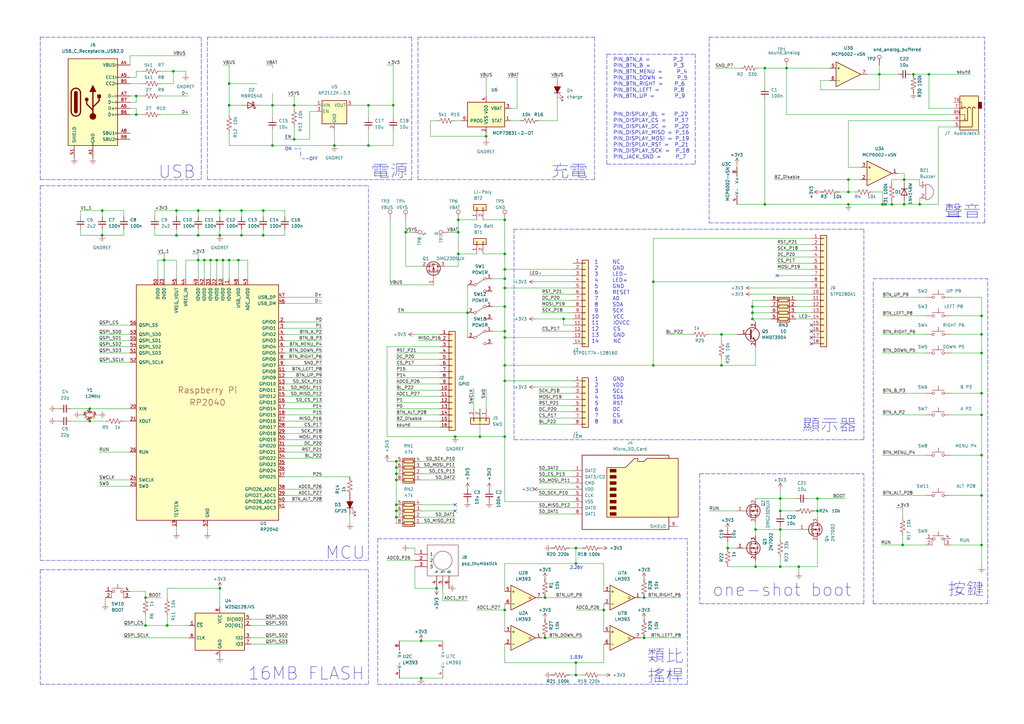
<source format=kicad_sch>
(kicad_sch (version 20211123) (generator eeschema)
  (paper "A3")
  (junction (at 335.28 204.47))
  (junction (at 196.85 179.07))
  (junction (at 162.56 194.31))
  (junction (at 172.72 278.13))
  (junction (at 68.58 256.54))
  (junction (at 191.77 128.27))
  (junction (at 207.01 110.49))
  (junction (at 162.56 189.23))
  (junction (at 93.98 43.18))
  (junction (at 59.69 245.11))
  (junction (at 223.52 245.11))
  (junction (at 111.76 43.18))
  (junction (at 313.69 83.82))
  (junction (at 36.83 172.72))
  (junction (at 81.28 96.52))
  (junction (at 402.59 144.78))
  (junction (at 298.45 224.79))
  (junction (at 111.76 59.69))
  (junction (at 120.65 57.15))
  (junction (at 231.14 130.81))
  (junction (at 236.22 231.14))
  (junction (at 107.95 86.36))
  (junction (at 55.88 46.99))
  (junction (at 207.01 179.07))
  (junction (at 207.01 118.11))
  (junction (at 90.17 241.3))
  (junction (at 370.84 73.66))
  (junction (at 207.01 138.43))
  (junction (at 187.96 104.14))
  (junction (at 402.59 129.54))
  (junction (at 207.01 156.21))
  (junction (at 308.61 130.81))
  (junction (at 402.59 223.52))
  (junction (at 88.9 106.68))
  (junction (at 137.16 59.69))
  (junction (at 320.04 217.17))
  (junction (at 187.96 90.17))
  (junction (at 309.88 232.41))
  (junction (at 322.58 27.94))
  (junction (at 166.37 95.25))
  (junction (at 179.07 241.3))
  (junction (at 187.96 95.25))
  (junction (at 207.01 114.3))
  (junction (at 162.56 207.01))
  (junction (at 207.01 125.73))
  (junction (at 36.83 167.64))
  (junction (at 223.52 261.62))
  (junction (at 370.84 83.82))
  (junction (at 402.59 186.69))
  (junction (at 162.56 191.77))
  (junction (at 120.65 43.18))
  (junction (at 402.59 170.18))
  (junction (at 247.65 250.19))
  (junction (at 308.61 125.73))
  (junction (at 59.69 256.54))
  (junction (at 199.39 55.88))
  (junction (at 365.76 83.82))
  (junction (at 207.01 149.86))
  (junction (at 264.16 261.62))
  (junction (at 162.56 196.85))
  (junction (at 295.91 137.16))
  (junction (at 264.16 245.11))
  (junction (at 207.01 250.19))
  (junction (at 360.68 30.48))
  (junction (at 162.56 209.55))
  (junction (at 41.91 96.52))
  (junction (at 267.97 149.86))
  (junction (at 86.36 106.68))
  (junction (at 374.65 30.48))
  (junction (at 402.59 161.29))
  (junction (at 347.98 78.74))
  (junction (at 81.28 106.68))
  (junction (at 236.22 224.79))
  (junction (at 320.04 204.47))
  (junction (at 186.69 179.07))
  (junction (at 41.91 86.36))
  (junction (at 90.17 96.52))
  (junction (at 90.17 86.36))
  (junction (at 361.95 83.82))
  (junction (at 320.04 232.41))
  (junction (at 99.06 96.52))
  (junction (at 99.06 86.36))
  (junction (at 67.31 106.68))
  (junction (at 402.59 203.2))
  (junction (at 295.91 149.86))
  (junction (at 107.95 96.52))
  (junction (at 370.205 223.52))
  (junction (at 162.56 212.09))
  (junction (at 267.97 115.57))
  (junction (at 93.98 106.68))
  (junction (at 72.39 86.36))
  (junction (at 309.88 217.17))
  (junction (at 347.98 73.66))
  (junction (at 207.01 104.14))
  (junction (at 71.12 29.21))
  (junction (at 207.01 135.89))
  (junction (at 72.39 96.52))
  (junction (at 91.44 106.68))
  (junction (at 172.72 262.89))
  (junction (at 55.88 39.37))
  (junction (at 377.19 83.82))
  (junction (at 402.59 137.16))
  (junction (at 320.04 209.55))
  (junction (at 97.79 106.68))
  (junction (at 236.22 276.86))
  (junction (at 335.28 209.55))
  (junction (at 151.13 59.69))
  (junction (at 308.61 128.27))
  (junction (at 207.01 90.17))
  (junction (at 381 30.48))
  (junction (at 93.98 34.29))
  (junction (at 81.28 86.36))
  (junction (at 347.98 83.82))
  (junction (at 83.82 106.68))
  (junction (at 313.69 27.94))
  (junction (at 151.13 43.18))
  (junction (at 236.22 271.78))
  (junction (at 161.29 43.18))
  (junction (at 327.66 232.41))
  (no_connect (at 332.74 133.35))
  (no_connect (at 332.74 140.97))
  (no_connect (at 332.74 135.89))
  (no_connect (at 186.69 207.01))
  (no_connect (at 332.74 138.43))
  (no_connect (at 318.77 113.03))
  (no_connect (at 186.69 209.55))
  (wire (pts (xy 172.72 196.85) (xy 186.69 196.85)))
  (wire (pts (xy 222.25 245.11) (xy 223.52 245.11)))
  (wire (pts (xy 389.89 203.2) (xy 402.59 203.2)))
  (wire (pts (xy 377.19 73.66) (xy 377.19 76.2)))
  (wire (pts (xy 308.61 123.19) (xy 316.23 123.19)))
  (wire (pts (xy 90.17 93.98) (xy 90.17 96.52)))
  (wire (pts (xy 402.59 137.16) (xy 402.59 129.54)))
  (wire (pts (xy 220.98 163.83) (xy 234.95 163.83)))
  (wire (pts (xy 40.64 185.42) (xy 53.34 185.42)))
  (polyline (pts (xy 154.94 220.98) (xy 154.94 280.67)))
  (wire (pts (xy 207.01 110.49) (xy 234.95 110.49)))
  (wire (pts (xy 116.84 177.8) (xy 132.08 177.8)))
  (wire (pts (xy 381 30.48) (xy 381 44.45)))
  (wire (pts (xy 93.98 59.69) (xy 93.98 54.61)))
  (wire (pts (xy 207.01 231.14) (xy 207.01 242.57)))
  (wire (pts (xy 107.95 93.98) (xy 107.95 96.52)))
  (wire (pts (xy 308.61 130.81) (xy 309.88 132.08)))
  (wire (pts (xy 143.51 210.82) (xy 143.51 214.63)))
  (wire (pts (xy 53.34 34.29) (xy 58.42 34.29)))
  (wire (pts (xy 182.88 109.22) (xy 187.96 109.22)))
  (wire (pts (xy 68.58 241.3) (xy 90.17 241.3)))
  (wire (pts (xy 162.56 162.56) (xy 180.34 162.56)))
  (wire (pts (xy 101.6 114.3) (xy 101.6 106.68)))
  (polyline (pts (xy 151.13 280.67) (xy 151.13 233.68)))
  (wire (pts (xy 162.56 196.85) (xy 162.56 194.31)))
  (wire (pts (xy 116.84 144.78) (xy 132.08 144.78)))
  (wire (pts (xy 71.12 29.21) (xy 76.2 29.21)))
  (polyline (pts (xy 290.83 15.24) (xy 403.86 15.24)))
  (wire (pts (xy 144.78 43.18) (xy 151.13 43.18)))
  (polyline (pts (xy 85.09 73.66) (xy 85.09 15.24)))
  (wire (pts (xy 66.04 29.21) (xy 71.12 29.21)))
  (wire (pts (xy 340.36 33.02) (xy 336.55 33.02)))
  (wire (pts (xy 22.86 172.72) (xy 24.13 172.72)))
  (wire (pts (xy 40.64 170.18) (xy 39.37 170.18)))
  (wire (pts (xy 77.47 256.54) (xy 68.58 256.54)))
  (wire (pts (xy 59.69 252.73) (xy 59.69 256.54)))
  (wire (pts (xy 116.84 172.72) (xy 132.08 172.72)))
  (wire (pts (xy 318.77 107.95) (xy 332.74 107.95)))
  (polyline (pts (xy 285.115 67.31) (xy 285.115 22.225)))
  (wire (pts (xy 231.14 130.81) (xy 234.95 130.81)))
  (polyline (pts (xy 290.83 91.44) (xy 403.86 91.44)))
  (polyline (pts (xy 16.51 15.24) (xy 82.55 15.24)))
  (wire (pts (xy 161.29 59.69) (xy 151.13 59.69)))
  (wire (pts (xy 53.34 242.57) (xy 59.69 242.57)))
  (wire (pts (xy 107.95 86.36) (xy 99.06 86.36)))
  (wire (pts (xy 158.75 189.23) (xy 162.56 189.23)))
  (wire (pts (xy 207.01 138.43) (xy 234.95 138.43)))
  (wire (pts (xy 377.19 83.82) (xy 384.81 83.82)))
  (wire (pts (xy 53.34 39.37) (xy 55.88 39.37)))
  (wire (pts (xy 40.64 139.7) (xy 53.34 139.7)))
  (wire (pts (xy 377.19 81.28) (xy 377.19 83.82)))
  (wire (pts (xy 172.72 214.63) (xy 186.69 214.63)))
  (wire (pts (xy 53.34 46.99) (xy 55.88 46.99)))
  (wire (pts (xy 162.56 149.86) (xy 180.34 149.86)))
  (wire (pts (xy 68.58 256.54) (xy 68.58 252.73)))
  (wire (pts (xy 111.76 43.18) (xy 111.76 48.26)))
  (wire (pts (xy 318.77 105.41) (xy 332.74 105.41)))
  (wire (pts (xy 360.68 36.83) (xy 360.68 30.48)))
  (wire (pts (xy 309.88 142.24) (xy 309.88 149.86)))
  (wire (pts (xy 360.68 30.48) (xy 368.3 30.48)))
  (wire (pts (xy 186.69 49.53) (xy 189.23 49.53)))
  (wire (pts (xy 327.66 232.41) (xy 327.66 234.95)))
  (wire (pts (xy 309.88 217.17) (xy 309.88 214.63)))
  (wire (pts (xy 402.59 129.54) (xy 389.89 129.54)))
  (wire (pts (xy 40.64 142.24) (xy 53.34 142.24)))
  (wire (pts (xy 370.84 83.82) (xy 377.19 83.82)))
  (wire (pts (xy 161.29 53.34) (xy 161.29 59.69)))
  (wire (pts (xy 83.82 106.68) (xy 83.82 114.3)))
  (wire (pts (xy 166.37 95.25) (xy 166.37 109.22)))
  (wire (pts (xy 186.69 212.09) (xy 172.72 212.09)))
  (wire (pts (xy 120.65 43.18) (xy 129.54 43.18)))
  (wire (pts (xy 331.47 204.47) (xy 335.28 204.47)))
  (wire (pts (xy 176.53 55.88) (xy 199.39 55.88)))
  (wire (pts (xy 63.5 86.36) (xy 63.5 88.9)))
  (polyline (pts (xy 290.83 15.24) (xy 290.83 91.44)))
  (wire (pts (xy 116.84 124.46) (xy 132.08 124.46)))
  (wire (pts (xy 347.98 49.53) (xy 391.16 49.53)))
  (wire (pts (xy 402.59 121.92) (xy 389.89 121.92)))
  (wire (pts (xy 170.18 232.41) (xy 170.18 241.3)))
  (wire (pts (xy 162.56 207.01) (xy 162.56 209.55)))
  (wire (pts (xy 389.89 137.16) (xy 402.59 137.16)))
  (wire (pts (xy 162.56 144.78) (xy 180.34 144.78)))
  (wire (pts (xy 370.84 73.66) (xy 377.19 73.66)))
  (wire (pts (xy 236.22 224.79) (xy 236.22 231.14)))
  (wire (pts (xy 93.98 106.68) (xy 91.44 106.68)))
  (polyline (pts (xy 248.92 22.225) (xy 285.115 22.225)))
  (wire (pts (xy 209.55 49.53) (xy 213.36 49.53)))
  (wire (pts (xy 187.96 104.14) (xy 195.58 104.14)))
  (wire (pts (xy 326.39 209.55) (xy 320.04 209.55)))
  (wire (pts (xy 233.68 276.86) (xy 236.22 276.86)))
  (wire (pts (xy 368.3 71.12) (xy 370.84 71.12)))
  (wire (pts (xy 116.84 147.32) (xy 132.08 147.32)))
  (wire (pts (xy 22.86 167.64) (xy 24.13 167.64)))
  (wire (pts (xy 207.01 264.16) (xy 207.01 271.78)))
  (wire (pts (xy 55.88 44.45) (xy 55.88 46.99)))
  (wire (pts (xy 53.34 22.86) (xy 53.34 26.67)))
  (wire (pts (xy 41.91 88.9) (xy 41.91 86.36)))
  (wire (pts (xy 262.89 245.11) (xy 264.16 245.11)))
  (wire (pts (xy 33.02 96.52) (xy 41.91 96.52)))
  (wire (pts (xy 161.29 43.18) (xy 151.13 43.18)))
  (wire (pts (xy 116.84 175.26) (xy 132.08 175.26)))
  (wire (pts (xy 320.04 232.41) (xy 327.66 232.41)))
  (polyline (pts (xy 281.94 280.67) (xy 281.94 220.98)))
  (wire (pts (xy 344.17 78.74) (xy 347.98 78.74)))
  (wire (pts (xy 111.76 59.69) (xy 93.98 59.69)))
  (polyline (pts (xy 248.92 67.31) (xy 285.115 67.31)))
  (wire (pts (xy 220.98 203.2) (xy 234.95 203.2)))
  (wire (pts (xy 102.87 264.16) (xy 118.11 264.16)))
  (wire (pts (xy 308.61 128.27) (xy 316.23 128.27)))
  (wire (pts (xy 309.88 217.17) (xy 309.88 219.71)))
  (wire (pts (xy 207.01 104.14) (xy 207.01 110.49)))
  (wire (pts (xy 358.14 78.74) (xy 361.95 78.74)))
  (wire (pts (xy 247.65 247.65) (xy 247.65 250.19)))
  (wire (pts (xy 162.56 152.4) (xy 180.34 152.4)))
  (wire (pts (xy 162.56 147.32) (xy 180.34 147.32)))
  (wire (pts (xy 120.65 52.07) (xy 120.65 57.15)))
  (wire (pts (xy 160.02 116.84) (xy 177.8 116.84)))
  (wire (pts (xy 347.98 83.82) (xy 361.95 83.82)))
  (wire (pts (xy 111.76 27.94) (xy 111.76 26.67)))
  (wire (pts (xy 40.64 148.59) (xy 53.34 148.59)))
  (wire (pts (xy 111.76 43.18) (xy 106.68 43.18)))
  (wire (pts (xy 161.29 48.26) (xy 161.29 43.18)))
  (polyline (pts (xy 85.09 73.66) (xy 168.91 73.66)))
  (wire (pts (xy 373.38 30.48) (xy 374.65 30.48)))
  (wire (pts (xy 93.98 26.67) (xy 93.98 34.29)))
  (polyline (pts (xy 168.91 15.24) (xy 168.91 73.66)))
  (wire (pts (xy 201.93 114.3) (xy 207.01 114.3)))
  (wire (pts (xy 86.36 106.68) (xy 86.36 114.3)))
  (wire (pts (xy 228.6 33.02) (xy 228.6 31.75)))
  (polyline (pts (xy 151.13 229.87) (xy 151.13 76.2)))
  (wire (pts (xy 361.95 186.69) (xy 379.73 186.69)))
  (wire (pts (xy 118.11 39.37) (xy 120.65 39.37)))
  (wire (pts (xy 116.84 162.56) (xy 132.08 162.56)))
  (wire (pts (xy 41.91 96.52) (xy 50.8 96.52)))
  (polyline (pts (xy 243.84 15.24) (xy 243.84 73.66)))
  (wire (pts (xy 347.98 78.74) (xy 350.52 78.74)))
  (wire (pts (xy 326.39 123.19) (xy 332.74 123.19)))
  (wire (pts (xy 220.98 173.99) (xy 234.95 173.99)))
  (wire (pts (xy 201.93 125.73) (xy 207.01 125.73)))
  (wire (pts (xy 111.76 38.1) (xy 111.76 43.18)))
  (wire (pts (xy 116.84 132.08) (xy 132.08 132.08)))
  (wire (pts (xy 196.85 167.64) (xy 196.85 179.07)))
  (wire (pts (xy 196.85 31.75) (xy 199.39 31.75)))
  (wire (pts (xy 219.71 130.81) (xy 231.14 130.81)))
  (wire (pts (xy 313.69 27.94) (xy 322.58 27.94)))
  (wire (pts (xy 116.84 121.92) (xy 132.08 121.92)))
  (wire (pts (xy 220.98 171.45) (xy 234.95 171.45)))
  (wire (pts (xy 99.06 86.36) (xy 90.17 86.36)))
  (wire (pts (xy 236.22 231.14) (xy 207.01 231.14)))
  (wire (pts (xy 116.84 149.86) (xy 132.08 149.86)))
  (wire (pts (xy 322.58 46.99) (xy 391.16 46.99)))
  (wire (pts (xy 247.65 250.19) (xy 247.65 259.08)))
  (wire (pts (xy 166.37 90.17) (xy 166.37 95.25)))
  (wire (pts (xy 355.6 30.48) (xy 360.68 30.48)))
  (wire (pts (xy 207.01 138.43) (xy 207.01 149.86)))
  (wire (pts (xy 365.76 82.55) (xy 365.76 83.82)))
  (wire (pts (xy 308.61 125.73) (xy 308.61 128.27)))
  (wire (pts (xy 223.52 261.62) (xy 238.76 261.62)))
  (wire (pts (xy 220.98 210.82) (xy 234.95 210.82)))
  (wire (pts (xy 88.9 106.68) (xy 86.36 106.68)))
  (wire (pts (xy 246.38 276.86) (xy 247.65 276.86)))
  (wire (pts (xy 41.91 96.52) (xy 41.91 93.98)))
  (wire (pts (xy 361.95 78.74) (xy 361.95 83.82)))
  (wire (pts (xy 162.56 194.31) (xy 162.56 191.77)))
  (wire (pts (xy 72.39 114.3) (xy 72.39 106.68)))
  (wire (pts (xy 172.72 207.01) (xy 186.69 207.01)))
  (wire (pts (xy 97.79 106.68) (xy 93.98 106.68)))
  (wire (pts (xy 120.65 44.45) (xy 120.65 43.18)))
  (wire (pts (xy 107.95 86.36) (xy 107.95 88.9)))
  (wire (pts (xy 320.04 204.47) (xy 326.39 204.47)))
  (wire (pts (xy 36.83 167.64) (xy 53.34 167.64)))
  (wire (pts (xy 116.84 160.02) (xy 132.08 160.02)))
  (wire (pts (xy 198.12 90.17) (xy 207.01 90.17)))
  (wire (pts (xy 199.39 54.61) (xy 199.39 55.88)))
  (wire (pts (xy 53.34 41.91) (xy 55.88 41.91)))
  (wire (pts (xy 295.91 137.16) (xy 295.91 139.7)))
  (wire (pts (xy 402.59 144.78) (xy 402.59 161.29)))
  (wire (pts (xy 222.25 128.27) (xy 234.95 128.27)))
  (wire (pts (xy 402.59 129.54) (xy 402.59 121.92)))
  (wire (pts (xy 66.04 46.99) (xy 77.47 46.99)))
  (polyline (pts (xy 358.14 247.65) (xy 405.13 247.65)))
  (wire (pts (xy 381 30.48) (xy 398.145 30.48)))
  (wire (pts (xy 207.01 125.73) (xy 207.01 135.89)))
  (wire (pts (xy 370.84 82.55) (xy 370.84 83.82)))
  (wire (pts (xy 191.77 128.27) (xy 191.77 138.43)))
  (wire (pts (xy 41.91 86.36) (xy 50.8 86.36)))
  (wire (pts (xy 207.01 156.21) (xy 234.95 156.21)))
  (polyline (pts (xy 16.51 280.67) (xy 151.13 280.67)))
  (wire (pts (xy 116.84 182.88) (xy 132.08 182.88)))
  (wire (pts (xy 384.81 52.07) (xy 384.81 83.82)))
  (wire (pts (xy 116.84 195.58) (xy 143.51 195.58)))
  (wire (pts (xy 36.83 172.72) (xy 43.18 172.72)))
  (wire (pts (xy 370.205 223.52) (xy 379.73 223.52)))
  (wire (pts (xy 298.45 232.41) (xy 309.88 232.41)))
  (wire (pts (xy 318.77 113.03) (xy 332.74 113.03)))
  (wire (pts (xy 90.17 86.36) (xy 90.17 88.9)))
  (wire (pts (xy 220.98 193.04) (xy 234.95 193.04)))
  (wire (pts (xy 29.21 172.72) (xy 36.83 172.72)))
  (wire (pts (xy 107.95 96.52) (xy 116.84 96.52)))
  (wire (pts (xy 295.91 149.86) (xy 267.97 149.86)))
  (wire (pts (xy 247.65 231.14) (xy 236.22 231.14)))
  (wire (pts (xy 163.83 278.13) (xy 172.72 278.13)))
  (wire (pts (xy 40.64 199.39) (xy 53.34 199.39)))
  (wire (pts (xy 221.615 200.66) (xy 234.95 200.66)))
  (wire (pts (xy 53.34 31.75) (xy 55.88 31.75)))
  (wire (pts (xy 191.77 116.84) (xy 191.77 128.27)))
  (wire (pts (xy 198.12 104.14) (xy 207.01 104.14)))
  (wire (pts (xy 223.52 245.11) (xy 238.76 245.11)))
  (polyline (pts (xy 354.33 180.34) (xy 354.33 93.98)))
  (wire (pts (xy 361.95 121.92) (xy 379.73 121.92)))
  (wire (pts (xy 219.71 158.75) (xy 234.95 158.75)))
  (wire (pts (xy 166.37 95.25) (xy 168.91 95.25)))
  (wire (pts (xy 55.88 46.99) (xy 58.42 46.99)))
  (wire (pts (xy 220.98 166.37) (xy 234.95 166.37)))
  (wire (pts (xy 361.95 144.78) (xy 379.73 144.78)))
  (wire (pts (xy 361.95 203.2) (xy 379.73 203.2)))
  (wire (pts (xy 209.55 44.45) (xy 212.09 44.45)))
  (wire (pts (xy 68.58 245.11) (xy 68.58 241.3)))
  (polyline (pts (xy 154.94 220.98) (xy 281.94 220.98)))
  (wire (pts (xy 176.53 49.53) (xy 176.53 55.88)))
  (wire (pts (xy 160.02 90.17) (xy 160.02 116.84)))
  (wire (pts (xy 166.37 109.22) (xy 172.72 109.22)))
  (wire (pts (xy 187.96 104.14) (xy 187.96 109.22)))
  (wire (pts (xy 317.5 73.66) (xy 347.98 73.66)))
  (wire (pts (xy 93.98 43.18) (xy 99.06 43.18)))
  (wire (pts (xy 76.2 106.68) (xy 76.2 114.3)))
  (wire (pts (xy 309.88 204.47) (xy 320.04 204.47)))
  (wire (pts (xy 370.84 71.12) (xy 370.84 73.66)))
  (wire (pts (xy 402.59 186.69) (xy 402.59 203.2)))
  (wire (pts (xy 267.97 149.86) (xy 207.01 149.86)))
  (wire (pts (xy 66.04 39.37) (xy 77.47 39.37)))
  (wire (pts (xy 374.65 30.48) (xy 381 30.48)))
  (wire (pts (xy 402.59 170.18) (xy 402.59 186.69)))
  (wire (pts (xy 81.28 96.52) (xy 90.17 96.52)))
  (wire (pts (xy 308.61 125.73) (xy 316.23 125.73)))
  (wire (pts (xy 181.61 246.38) (xy 191.77 246.38)))
  (wire (pts (xy 207.01 114.3) (xy 207.01 118.11)))
  (wire (pts (xy 116.84 180.34) (xy 132.08 180.34)))
  (wire (pts (xy 179.07 49.53) (xy 176.53 49.53)))
  (wire (pts (xy 226.06 31.75) (xy 228.6 31.75)))
  (wire (pts (xy 207.01 156.21) (xy 207.01 179.07)))
  (wire (pts (xy 172.72 278.13) (xy 181.61 278.13)))
  (wire (pts (xy 116.84 200.66) (xy 132.08 200.66)))
  (wire (pts (xy 228.6 40.64) (xy 228.6 49.53)))
  (wire (pts (xy 233.68 224.79) (xy 236.22 224.79)))
  (wire (pts (xy 236.22 224.79) (xy 238.76 224.79)))
  (wire (pts (xy 111.76 53.34) (xy 111.76 59.69)))
  (polyline (pts (xy 16.51 76.2) (xy 16.51 229.87)))
  (wire (pts (xy 219.71 115.57) (xy 234.95 115.57)))
  (wire (pts (xy 172.72 262.89) (xy 181.61 262.89)))
  (wire (pts (xy 347.98 68.58) (xy 353.06 68.58)))
  (wire (pts (xy 370.205 212.09) (xy 370.205 208.28)))
  (wire (pts (xy 162.56 212.09) (xy 162.56 214.63)))
  (wire (pts (xy 207.01 179.07) (xy 207.01 205.74)))
  (polyline (pts (xy 358.14 115.57) (xy 358.14 247.65)))
  (wire (pts (xy 162.56 167.64) (xy 180.34 167.64)))
  (wire (pts (xy 170.18 227.33) (xy 170.18 224.79)))
  (wire (pts (xy 187.96 90.17) (xy 195.58 90.17)))
  (wire (pts (xy 67.31 106.68) (xy 67.31 104.14)))
  (wire (pts (xy 370.84 73.66) (xy 370.84 74.93)))
  (wire (pts (xy 308.61 120.65) (xy 332.74 120.65)))
  (wire (pts (xy 91.44 106.68) (xy 88.9 106.68)))
  (polyline (pts (xy 82.55 15.24) (xy 82.55 73.66)))
  (wire (pts (xy 361.95 170.18) (xy 379.73 170.18)))
  (wire (pts (xy 163.195 128.27) (xy 191.77 128.27)))
  (wire (pts (xy 365.76 73.66) (xy 365.76 74.93)))
  (wire (pts (xy 170.18 241.3) (xy 179.07 241.3)))
  (wire (pts (xy 273.05 137.16) (xy 283.21 137.16)))
  (wire (pts (xy 298.45 224.79) (xy 302.26 224.79)))
  (wire (pts (xy 116.84 96.52) (xy 116.84 93.98)))
  (wire (pts (xy 83.82 106.68) (xy 81.28 106.68)))
  (wire (pts (xy 116.84 187.96) (xy 132.08 187.96)))
  (wire (pts (xy 220.98 168.91) (xy 234.95 168.91)))
  (wire (pts (xy 162.56 172.72) (xy 180.34 172.72)))
  (wire (pts (xy 207.01 271.78) (xy 236.22 271.78)))
  (wire (pts (xy 161.29 43.18) (xy 161.29 26.67)))
  (wire (pts (xy 102.87 261.62) (xy 118.11 261.62)))
  (wire (pts (xy 99.06 93.98) (xy 99.06 96.52)))
  (wire (pts (xy 187.96 95.25) (xy 187.96 104.14)))
  (wire (pts (xy 63.5 93.98) (xy 63.5 96.52)))
  (wire (pts (xy 33.02 86.36) (xy 41.91 86.36)))
  (wire (pts (xy 116.84 157.48) (xy 132.08 157.48)))
  (polyline (pts (xy 210.82 180.34) (xy 354.33 180.34)))
  (wire (pts (xy 72.39 93.98) (xy 72.39 96.52)))
  (wire (pts (xy 116.84 134.62) (xy 132.08 134.62)))
  (wire (pts (xy 207.01 205.74) (xy 234.95 205.74)))
  (wire (pts (xy 336.55 36.83) (xy 360.68 36.83)))
  (wire (pts (xy 320.04 217.17) (xy 320.04 220.98)))
  (polyline (pts (xy 403.86 91.44) (xy 403.86 15.24)))
  (wire (pts (xy 50.8 86.36) (xy 50.8 88.9)))
  (polyline (pts (xy 354.33 247.65) (xy 354.33 194.31)))
  (wire (pts (xy 109.22 26.67) (xy 111.76 26.67)))
  (wire (pts (xy 116.84 154.94) (xy 132.08 154.94)))
  (wire (pts (xy 220.98 161.29) (xy 234.95 161.29)))
  (wire (pts (xy 212.09 44.45) (xy 212.09 31.75)))
  (wire (pts (xy 172.72 194.31) (xy 186.69 194.31)))
  (wire (pts (xy 102.87 256.54) (xy 118.11 256.54)))
  (polyline (pts (xy 287.02 194.31) (xy 287.02 247.65)))
  (wire (pts (xy 222.25 125.73) (xy 234.95 125.73)))
  (wire (pts (xy 91.44 26.67) (xy 93.98 26.67)))
  (wire (pts (xy 162.56 196.85) (xy 162.56 207.01)))
  (wire (pts (xy 326.39 125.73) (xy 332.74 125.73)))
  (wire (pts (xy 186.69 179.07) (xy 196.85 179.07)))
  (wire (pts (xy 231.14 133.35) (xy 231.14 130.81)))
  (wire (pts (xy 335.28 209.55) (xy 335.28 204.47)))
  (wire (pts (xy 64.77 114.3) (xy 64.77 106.68)))
  (wire (pts (xy 40.64 137.16) (xy 53.34 137.16)))
  (wire (pts (xy 55.88 41.91) (xy 55.88 39.37)))
  (wire (pts (xy 50.8 172.72) (xy 53.34 172.72)))
  (wire (pts (xy 207.01 247.65) (xy 207.01 250.19)))
  (wire (pts (xy 90.17 96.52) (xy 99.06 96.52)))
  (wire (pts (xy 381 44.45) (xy 391.16 44.45)))
  (wire (pts (xy 220.98 49.53) (xy 228.6 49.53)))
  (wire (pts (xy 81.28 106.68) (xy 76.2 106.68)))
  (wire (pts (xy 207.01 135.89) (xy 207.01 138.43)))
  (wire (pts (xy 267.97 115.57) (xy 332.74 115.57)))
  (wire (pts (xy 86.36 106.68) (xy 83.82 106.68)))
  (wire (pts (xy 158.75 142.24) (xy 158.75 179.07)))
  (wire (pts (xy 93.98 34.29) (xy 105.41 34.29)))
  (wire (pts (xy 336.55 33.02) (xy 336.55 36.83)))
  (wire (pts (xy 151.13 59.69) (xy 137.16 59.69)))
  (wire (pts (xy 63.5 96.52) (xy 72.39 96.52)))
  (wire (pts (xy 151.13 43.18) (xy 151.13 48.26)))
  (wire (pts (xy 365.76 73.66) (xy 370.84 73.66)))
  (wire (pts (xy 59.69 242.57) (xy 59.69 245.11)))
  (wire (pts (xy 76.2 22.86) (xy 53.34 22.86)))
  (wire (pts (xy 389.89 170.18) (xy 402.59 170.18)))
  (wire (pts (xy 313.69 40.64) (xy 313.69 83.82)))
  (wire (pts (xy 78.74 104.14) (xy 81.28 104.14)))
  (wire (pts (xy 208.28 31.75) (xy 212.09 31.75)))
  (wire (pts (xy 116.84 185.42) (xy 132.08 185.42)))
  (wire (pts (xy 71.12 34.29) (xy 66.04 34.29)))
  (wire (pts (xy 199.39 55.88) (xy 199.39 57.15)))
  (wire (pts (xy 318.77 102.87) (xy 332.74 102.87)))
  (wire (pts (xy 72.39 96.52) (xy 81.28 96.52)))
  (wire (pts (xy 322.58 27.94) (xy 322.58 46.99)))
  (wire (pts (xy 298.45 222.25) (xy 298.45 224.79)))
  (wire (pts (xy 199.39 159.385) (xy 199.39 167.64)))
  (wire (pts (xy 72.39 106.68) (xy 67.31 106.68)))
  (wire (pts (xy 66.04 245.11) (xy 59.69 245.11)))
  (wire (pts (xy 55.88 29.21) (xy 58.42 29.21)))
  (wire (pts (xy 207.01 118.11) (xy 207.01 125.73)))
  (wire (pts (xy 322.58 27.94) (xy 340.36 27.94)))
  (wire (pts (xy 201.93 135.89) (xy 207.01 135.89)))
  (wire (pts (xy 162.56 157.48) (xy 180.34 157.48)))
  (wire (pts (xy 402.59 161.29) (xy 402.59 170.18)))
  (wire (pts (xy 295.91 137.16) (xy 302.26 137.16)))
  (wire (pts (xy 184.15 95.25) (xy 187.96 95.25)))
  (wire (pts (xy 308.61 118.11) (xy 332.74 118.11)))
  (wire (pts (xy 295.91 147.32) (xy 295.91 149.86)))
  (wire (pts (xy 127 57.15) (xy 120.65 57.15)))
  (wire (pts (xy 267.97 115.57) (xy 267.97 149.86)))
  (wire (pts (xy 309.88 149.86) (xy 295.91 149.86)))
  (wire (pts (xy 384.81 52.07) (xy 391.16 52.07)))
  (wire (pts (xy 196.85 179.07) (xy 207.01 179.07)))
  (wire (pts (xy 129.54 45.72) (xy 127 45.72)))
  (wire (pts (xy 311.15 27.94) (xy 313.69 27.94)))
  (polyline (pts (xy 16.51 73.66) (xy 82.55 73.66)))
  (wire (pts (xy 389.89 161.29) (xy 402.59 161.29)))
  (wire (pts (xy 187.96 90.17) (xy 187.96 95.25)))
  (polyline (pts (xy 16.51 76.2) (xy 151.13 76.2)))
  (wire (pts (xy 50.8 93.98) (xy 50.8 96.52)))
  (polyline (pts (xy 171.45 73.66) (xy 171.45 15.24)))
  (wire (pts (xy 163.83 262.89) (xy 172.72 262.89)))
  (wire (pts (xy 236.22 271.78) (xy 247.65 271.78)))
  (wire (pts (xy 162.56 154.94) (xy 180.34 154.94)))
  (wire (pts (xy 207.01 110.49) (xy 207.01 114.3)))
  (wire (pts (xy 90.17 241.3) (xy 90.17 248.92)))
  (wire (pts (xy 220.98 198.12) (xy 234.95 198.12)))
  (polyline (pts (xy 171.45 73.66) (xy 243.84 73.66)))
  (wire (pts (xy 85.09 218.44) (xy 85.09 215.9)))
  (wire (pts (xy 186.69 209.55) (xy 172.72 209.55)))
  (wire (pts (xy 59.69 256.54) (xy 68.58 256.54)))
  (wire (pts (xy 50.8 261.62) (xy 77.47 261.62)))
  (wire (pts (xy 72.39 86.36) (xy 63.5 86.36)))
  (wire (pts (xy 293.37 27.94) (xy 303.53 27.94)))
  (wire (pts (xy 370.205 219.71) (xy 370.205 223.52)))
  (wire (pts (xy 365.76 83.82) (xy 370.84 83.82)))
  (wire (pts (xy 162.56 189.23) (xy 162.56 191.77)))
  (wire (pts (xy 162.56 175.26) (xy 180.34 175.26)))
  (wire (pts (xy 195.58 250.19) (xy 207.01 250.19)))
  (wire (pts (xy 347.98 73.66) (xy 353.06 73.66)))
  (wire (pts (xy 40.64 133.35) (xy 53.34 133.35)))
  (polyline (pts (xy 16.51 233.68) (xy 151.13 233.68)))
  (wire (pts (xy 111.76 43.18) (xy 120.65 43.18)))
  (wire (pts (xy 29.21 167.64) (xy 36.83 167.64)))
  (polyline (pts (xy 16.51 73.66) (xy 16.51 15.24)))
  (wire (pts (xy 247.65 271.78) (xy 247.65 264.16)))
  (wire (pts (xy 137.16 53.34) (xy 137.16 59.69)))
  (wire (pts (xy 313.69 83.82) (xy 347.98 83.82)))
  (wire (pts (xy 367.665 208.28) (xy 370.205 208.28)))
  (wire (pts (xy 217.17 113.03) (xy 234.95 113.03)))
  (wire (pts (xy 116.84 165.1) (xy 132.08 165.1)))
  (wire (pts (xy 172.72 189.23) (xy 186.69 189.23)))
  (polyline (pts (xy 358.14 114.3) (xy 405.13 114.3)))
  (wire (pts (xy 326.39 130.81) (xy 332.74 130.81)))
  (wire (pts (xy 320.04 204.47) (xy 320.04 200.66)))
  (wire (pts (xy 167.64 224.79) (xy 170.18 224.79)))
  (wire (pts (xy 264.16 245.11) (xy 279.4 245.11)))
  (wire (pts (xy 93.98 106.68) (xy 93.98 114.3)))
  (wire (pts (xy 162.56 209.55) (xy 162.56 212.09)))
  (wire (pts (xy 93.98 46.99) (xy 93.98 43.18)))
  (wire (pts (xy 81.28 106.68) (xy 81.28 104.14)))
  (wire (pts (xy 308.61 128.27) (xy 308.61 130.81)))
  (wire (pts (xy 170.18 137.16) (xy 180.34 137.16)))
  (wire (pts (xy 116.84 170.18) (xy 132.08 170.18)))
  (polyline (pts (xy 16.51 229.87) (xy 151.13 229.87)))
  (wire (pts (xy 81.28 106.68) (xy 81.28 114.3)))
  (wire (pts (xy 81.28 86.36) (xy 72.39 86.36)))
  (polyline (pts (xy 210.82 93.98) (xy 354.33 93.98)))
  (wire (pts (xy 127 45.72) (xy 127 57.15)))
  (wire (pts (xy 116.84 142.24) (xy 132.08 142.24)))
  (wire (pts (xy 360.68 26.67) (xy 360.68 30.48)))
  (wire (pts (xy 389.89 223.52) (xy 402.59 223.52)))
  (wire (pts (xy 43.18 245.11) (xy 43.18 247.65)))
  (wire (pts (xy 222.25 120.65) (xy 234.95 120.65)))
  (wire (pts (xy 34.29 170.18) (xy 33.02 170.18)))
  (wire (pts (xy 40.64 196.85) (xy 53.34 196.85)))
  (wire (pts (xy 162.56 160.02) (xy 180.34 160.02)))
  (wire (pts (xy 116.84 152.4) (xy 132.08 152.4)))
  (wire (pts (xy 313.69 27.94) (xy 313.69 35.56)))
  (wire (pts (xy 76.2 29.21) (xy 76.2 30.48)))
  (wire (pts (xy 402.59 223.52) (xy 402.59 232.41)))
  (wire (pts (xy 402.59 137.16) (xy 402.59 144.78)))
  (wire (pts (xy 320.04 209.55) (xy 320.04 204.47)))
  (wire (pts (xy 207.01 250.19) (xy 207.01 259.08)))
  (wire (pts (xy 302.26 83.82) (xy 313.69 83.82)))
  (wire (pts (xy 91.44 106.68) (xy 91.44 114.3)))
  (wire (pts (xy 222.25 123.19) (xy 234.95 123.19)))
  (wire (pts (xy 238.76 276.86) (xy 236.22 276.86)))
  (wire (pts (xy 309.88 229.87) (xy 309.88 232.41)))
  (wire (pts (xy 33.02 93.98) (xy 33.02 96.52)))
  (wire (pts (xy 120.65 43.18) (xy 120.65 39.37)))
  (polyline (pts (xy 210.82 93.98) (xy 210.82 180.34)))
  (wire (pts (xy 116.84 88.9) (xy 116.84 86.36)))
  (wire (pts (xy 326.39 128.27) (xy 332.74 128.27)))
  (wire (pts (xy 247.65 242.57) (xy 247.65 231.14)))
  (wire (pts (xy 50.8 256.54) (xy 59.69 256.54)))
  (wire (pts (xy 318.77 110.49) (xy 332.74 110.49)))
  (wire (pts (xy 116.84 203.2) (xy 132.08 203.2)))
  (wire (pts (xy 318.77 100.33) (xy 332.74 100.33)))
  (wire (pts (xy 234.95 133.35) (xy 231.14 133.35)))
  (wire (pts (xy 101.6 106.68) (xy 97.79 106.68)))
  (wire (pts (xy 361.95 129.54) (xy 379.73 129.54)))
  (wire (pts (xy 88.9 106.68) (xy 88.9 114.3)))
  (wire (pts (xy 207.01 90.17) (xy 207.01 104.14)))
  (wire (pts (xy 334.01 209.55) (xy 335.28 209.55)))
  (polyline (pts (xy 405.13 247.65) (xy 405.13 114.3)))
  (wire (pts (xy 90.17 86.36) (xy 81.28 86.36)))
  (wire (pts (xy 116.84 137.16) (xy 132.08 137.16)))
  (polyline (pts (xy 287.02 247.65) (xy 354.33 247.65)))
  (polyline (pts (xy 171.45 15.24) (xy 243.84 15.24)))
  (wire (pts (xy 55.88 31.75) (xy 55.88 29.21)))
  (wire (pts (xy 102.87 254) (xy 118.11 254)))
  (wire (pts (xy 361.95 137.16) (xy 379.73 137.16)))
  (wire (pts (xy 320.04 215.9) (xy 320.04 217.17)))
  (wire (pts (xy 335.28 204.47) (xy 346.71 204.47)))
  (wire (pts (xy 137.16 59.69) (xy 111.76 59.69)))
  (polyline (pts (xy 287.02 194.31) (xy 354.33 194.31)))
  (polyline (pts (xy 85.09 15.24) (xy 168.91 15.24)))
  (wire (pts (xy 361.315 223.52) (xy 370.205 223.52)))
  (wire (pts (xy 72.39 215.9) (xy 72.39 218.44)))
  (wire (pts (xy 158.75 26.67) (xy 161.29 26.67)))
  (wire (pts (xy 290.83 137.16) (xy 295.91 137.16)))
  (wire (pts (xy 93.98 43.18) (xy 93.98 34.29)))
  (wire (pts (xy 361.95 83.82) (xy 365.76 83.82)))
  (wire (pts (xy 172.72 191.77) (xy 186.69 191.77)))
  (wire (pts (xy 267.97 97.79) (xy 267.97 115.57)))
  (wire (pts (xy 347.98 49.53) (xy 347.98 68.58)))
  (wire (pts (xy 72.39 86.36) (xy 72.39 88.9)))
  (wire (pts (xy 335.28 222.25) (xy 335.28 232.41)))
  (wire (pts (xy 264.16 261.62) (xy 279.4 261.62)))
  (wire (pts (xy 180.34 142.24) (xy 158.75 142.24)))
  (wire (pts (xy 99.06 96.52) (xy 107.95 96.52)))
  (wire (pts (xy 236.22 250.19) (xy 247.65 250.19)))
  (wire (pts (xy 199.39 31.75) (xy 199.39 39.37)))
  (wire (pts (xy 116.84 57.15) (xy 120.65 57.15)))
  (wire (pts (xy 33.02 88.9) (xy 33.02 86.36)))
  (wire (pts (xy 320.04 217.17) (xy 309.88 217.17)))
  (wire (pts (xy 158.75 229.87) (xy 170.18 229.87)))
  (polyline (pts (xy 248.92 22.225) (xy 248.92 67.31)))
  (wire (pts (xy 40.64 144.78) (xy 53.34 144.78)))
  (wire (pts (xy 207.01 118.11) (xy 234.95 118.11)))
  (wire (pts (xy 53.34 44.45) (xy 55.88 44.45)))
  (wire (pts (xy 308.61 130.81) (xy 316.23 130.81)))
  (wire (pts (xy 171.45 139.7) (xy 180.34 139.7)))
  (wire (pts (xy 207.01 149.86) (xy 207.01 156.21)))
  (wire (pts (xy 116.84 86.36) (xy 107.95 86.36)))
  (wire (pts (xy 222.25 261.62) (xy 223.52 261.62)))
  (wire (pts (xy 67.31 106.68) (xy 67.31 114.3)))
  (wire (pts (xy 222.25 135.89) (xy 234.95 135.89)))
  (wire (pts (xy 361.95 161.29) (xy 379.73 161.29)))
  (wire (pts (xy 320.04 209.55) (xy 320.04 210.82)))
  (wire (pts (xy 290.83 209.55) (xy 302.26 209.55)))
  (wire (pts (xy 327.66 217.17) (xy 320.04 217.17)))
  (wire (pts (xy 116.84 167.64) (xy 132.08 167.64)))
  (wire (pts (xy 81.28 86.36) (xy 81.28 88.9)))
  (wire (pts (xy 194.31 159.385) (xy 194.31 167.64)))
  (wire (pts (xy 332.74 97.79) (xy 267.97 97.79)))
  (wire (pts (xy 64.77 104.14) (xy 67.31 104.14)))
  (wire (pts (xy 389.89 186.69) (xy 402.59 186.69)))
  (wire (pts (xy 309.88 232.41) (xy 320.04 232.41)))
  (wire (pts (xy 389.89 144.78) (xy 402.59 144.78)))
  (wire (pts (xy 402.59 203.2) (xy 402.59 223.52)))
  (wire (pts (xy 220.98 195.58) (xy 234.95 195.58)))
  (wire (pts (xy 116.84 139.7) (xy 132.08 139.7)))
  (wire (pts (xy 97.79 114.3) (xy 97.79 106.68)))
  (wire (pts (xy 320.04 228.6) (xy 320.04 232.41)))
  (wire (pts (xy 347.98 73.66) (xy 347.98 78.74)))
  (wire (pts (xy 158.75 179.07) (xy 186.69 179.07)))
  (wire (pts (xy 236.22 276.86) (xy 236.22 271.78)))
  (wire (pts (xy 181.61 241.3) (xy 181.61 246.38)))
  (wire (pts (xy 151.13 53.34) (xy 151.13 59.69)))
  (wire (pts (xy 116.84 205.74) (xy 132.08 205.74)))
  (wire (pts (xy 55.88 39.37) (xy 58.42 39.37)))
  (wire (pts (xy 71.12 29.21) (xy 71.12 34.29)))
  (wire (pts (xy 335.28 212.09) (xy 335.28 209.55)))
  (wire (pts (xy 99.06 86.36) (xy 99.06 88.9)))
  (wire (pts (xy 302.26 68.58) (xy 302.26 67.31)))
  (wire (pts (xy 81.28 93.98) (xy 81.28 96.52)))
  (wire (pts (xy 64.77 106.68) (xy 67.31 106.68)))
  (wire (pts (xy 262.89 261.62) (xy 264.16 261.62)))
  (wire (pts (xy 162.56 165.1) (xy 180.34 165.1)))
  (wire (pts (xy 327.66 232.41) (xy 335.28 232.41)))
  (wire (pts (xy 162.56 170.18) (xy 180.34 170.18)))
  (wire (pts (xy 220.98 208.28) (xy 234.95 208.28)))
  (polyline (pts (xy 154.94 280.67) (xy 281.94 280.67)))
  (wire (pts (xy 308.61 123.19) (xy 308.61 125.73)))
  (polyline (pts (xy 16.51 233.68) (xy 16.51 280.67)))
  (text " 1     NC\n 2     GND\n 3     LED-\n 4     LED+\n 5     GND\n 6     RESET\n 7     A0\n 8     SDA\n 9     SCK\n10     VCC\n11     IOVCC\n12     CS\n13     GND\n14     NC" (at 242.57 140.97 0) (effects (font (size 1.55 1.55)) (justify left bottom)))
  (text "1.03V" (at 233.68 270.51 0) (effects (font (size 1.27 1.27)) (justify left bottom)))
  (text "1     GND\n2     VDD\n3     SCL\n4     SDA\n5     RST\n6     DC\n7     CS\n8     BLK" (at 243.84 173.99 0) (effects (font (size 1.55 1.55)) (justify left bottom)))
  (text "USB" (at 64.77 73.66 0) (effects (font (size 5.12 5.12)) (justify left bottom)))
  (text "MCU" (at 133.35 229.87 0) (effects (font (size 5.12 5.12)) (justify left bottom)))
  (text "顯示器" (at 328.93 177.8 0) (effects (font (size 5.12 5.12)) (justify left bottom)))
  (text "類比\n搖桿" (at 265.43 280.67 0) (effects (font (size 5.12 5.12)) (justify left bottom)))
  (text "聲音" (at 387.35 90.17 0) (effects (font (size 5.12 5.12)) (justify left bottom)))
  (text "電源\n" (at 152.4 73.66 0) (effects (font (size 5.12 5.12)) (justify left bottom)))
  (text "ON --\n      |\n       --OFF" (at 116.84 66.04 0) (effects (font (size 1.27 1.27)) (justify left bottom)))
  (text "16MB FLASH" (at 101.6 279.4 0) (effects (font (size 5.12 5.12)) (justify left bottom)))
  (text "PIN_BTN_A =        P_2\nPIN_BTN_B =        P_3\nPIN_BTN_MENU =     P_4\nPIN_BTN_DOWN =     P_5\nPIN_BTN_RIGHT =    P_6\nPIN_BTN_LEFT =     P_8\nPIN_BTN_UP =       P_9\n\n\nPIN_DISPLAY_BL =   P_22\nPIN_DISPLAY_CS =   P_17\nPIN_DISPLAY_DC =   P_20\nPIN_DISPLAY_MISO = P_16\nPIN_DISPLAY_MOSI = P_19\nPIN_DISPLAY_RST =  P_21\nPIN_DISPLAY_SCK =  P_18\nPIN_JACK_SND =     P_7" (at 251.46 65.405 0) (effects (font (size 1.55 1.55)) (justify left bottom)))
  (text "2.26V" (at 233.68 233.68 0) (effects (font (size 1.27 1.27)) (justify left bottom)))
  (text "one-shot boot" (at 292.1 245.11 0) (effects (font (size 5.12 5.12)) (justify left bottom)))
  (text "按鍵" (at 388.62 245.11 0) (effects (font (size 5.12 5.12)) (justify left bottom)))
  (text "充電" (at 226.06 73.66 0) (effects (font (size 5.12 5.12)) (justify left bottom)))
  (label "+3V3" (at 63.5 86.36 0))
  (label "SD_MISO_P12" (at 220.98 208.28 0))
  (label "RUN" (at 361.315 223.52 0))
  (label "VBUS" (at 76.2 22.86 180))
  (label "P0" (at 132.08 132.08 180))
  (label "P1" (at 132.08 134.62 180))
  (label "QSPI_SD1" (at 118.11 256.54 180))
  (label "SD_MOSI_P11" (at 220.98 198.12 0))
  (label "EN" (at 116.84 57.15 0))
  (label "CS_P17" (at 162.56 149.86 0))
  (label "P25" (at 132.08 195.58 180))
  (label "CS_P17" (at 220.98 171.45 0))
  (label "MOSI_P19" (at 220.98 163.83 0))
  (label "QSPI_SD0" (at 40.64 137.16 0))
  (label "QSPI_SD3" (at 118.11 264.16 180))
  (label "SD_MOSI_P11" (at 186.69 191.77 180))
  (label "BTN_A_P2" (at 361.95 170.18 0))
  (label "D-" (at 77.47 39.37 180))
  (label "ADC0_P26" (at 132.08 200.66 180))
  (label "QSPI_CS" (at 40.64 133.35 0))
  (label "BTN_MENU_P4" (at 132.08 142.24 180))
  (label "BZ_Disable" (at 317.5 73.66 0))
  (label "MOSI_P19" (at 222.25 125.73 0))
  (label "D-" (at 132.08 124.46 180))
  (label "sound" (at 398.145 30.48 180))
  (label "VBUS" (at 91.44 26.67 0))
  (label "LED-" (at 327.66 130.81 0))
  (label "QSPI_SCLK" (at 50.8 261.62 0))
  (label "BTN_LEFT_P8" (at 361.95 129.54 0))
  (label "CS_P17" (at 318.77 107.95 0))
  (label "BTN_UP_P9" (at 238.76 245.11 180))
  (label "V1_1" (at 33.02 86.36 0))
  (label "VBAT" (at 109.22 26.67 0))
  (label "SD_DAT1" (at 220.98 210.82 0))
  (label "P1" (at 162.56 165.1 0))
  (label "+3V3" (at 78.74 104.14 0))
  (label "BTN_RIGHT_P6" (at 361.95 137.16 0))
  (label "DC_P20" (at 222.25 123.19 0))
  (label "BTN_RIGHT_P6" (at 132.08 147.32 180))
  (label "MOSI_P19" (at 132.08 180.34 180))
  (label "RST_P21" (at 318.77 100.33 0))
  (label "BTN_ALT_P28" (at 132.08 205.74 180))
  (label "BTN_B_P3" (at 132.08 139.7 180))
  (label "BL_P22" (at 132.08 187.96 180))
  (label "QSPI_SD1" (at 40.64 139.7 0))
  (label "BTN_DOWN_P5" (at 361.95 144.78 0))
  (label "ADC0_P26" (at 158.75 229.87 0))
  (label "SCK_P18" (at 220.98 161.29 0))
  (label "BL_P22" (at 273.05 137.16 0))
  (label "SD_SCK_P10" (at 186.69 189.23 180))
  (label "SD_SCK_P10" (at 220.98 203.2 0))
  (label "RST_P21" (at 132.08 185.42 180))
  (label "BTN_LEFT_P8" (at 132.08 152.4 180))
  (label "ADC0_P26" (at 236.22 250.19 0))
  (label "P15" (at 132.08 170.18 180))
  (label "SD_MISO_P12" (at 132.08 162.56 180))
  (label "SND_P7" (at 293.37 27.94 0))
  (label "BTN_UP_P9" (at 132.08 154.94 180))
  (label "P14" (at 162.56 154.94 0))
  (label "QSPI_SD2" (at 40.64 142.24 0))
  (label "BTN_B_P3" (at 361.95 161.29 0))
  (label "SD_MOSI_P11" (at 132.08 160.02 180))
  (label "SCK_P18" (at 318.77 102.87 0))
  (label "RST_P21" (at 222.25 120.65 0))
  (label "BTN_DOWN_P5" (at 132.08 144.78 180))
  (label "RUN" (at 290.83 209.55 0))
  (label "+3V3" (at 158.75 26.67 0))
  (label "BL_P22" (at 220.98 173.99 0))
  (label "DC_P20" (at 162.56 147.32 0))
  (label "ADC1_P27" (at 132.08 203.2 180))
  (label "DC_P20" (at 318.77 105.41 0))
  (label "RST_P21" (at 220.98 166.37 0))
  (label "VBUS" (at 226.06 31.75 0))
  (label "BZ_Disable" (at 162.56 172.72 0))
  (label "CS_P17" (at 132.08 175.26 180))
  (label "SD_SCK_P10" (at 132.08 157.48 180))
  (label "SD_CS_P13" (at 132.08 165.1 180))
  (label "ADC0_P26" (at 162.56 157.48 0))
  (label "V1_1" (at 64.77 104.14 0))
  (label "BTN_RIGHT_P6" (at 279.4 245.11 180))
  (label "SD_DAT1" (at 186.69 212.09 180))
  (label "ADC1_P27" (at 195.58 250.19 0))
  (label "D+" (at 132.08 121.92 180))
  (label "QSPI_SD3" (at 40.64 144.78 0))
  (label "SWD" (at 199.39 159.385 270))
  (label "DC_P20" (at 132.08 182.88 180))
  (label "SCK_P18" (at 132.08 177.8 180))
  (label "P0" (at 162.56 167.64 0))
  (label "QSPI_SD2" (at 118.11 261.62 180))
  (label "VBUS" (at 160.02 116.84 0))
  (label "SCK_P18" (at 222.25 128.27 0))
  (label "BTN_A_P2" (at 132.08 137.16 180))
  (label "QSPI_SCLK" (at 40.64 148.59 0))
  (label "MOSI_P19" (at 318.77 110.49 0))
  (label "EN" (at 163.195 128.27 0))
  (label "P15" (at 162.56 152.4 0))
  (label "BTN_ALT_P28" (at 162.56 170.18 0))
  (label "DC_P20" (at 220.98 168.91 0))
  (label "SD_CS_P13" (at 220.98 195.58 0))
  (label "BTN_UP_P9" (at 361.95 121.92 0))
  (label "RUN" (at 40.64 185.42 0))
  (label "D+" (at 77.47 46.99 180))
  (label "ADC1_P27" (at 191.77 246.38 180))
  (label "CS_P17" (at 222.25 135.89 0))
  (label "SD_DAT2" (at 186.69 196.85 180))
  (label "SD_DAT2" (at 220.98 193.04 0))
  (label "P14" (at 132.08 167.64 180))
  (label "RST_P21" (at 162.56 144.78 0))
  (label "VSYS" (at 118.11 39.37 0))
  (label "sound" (at 162.56 175.26 0))
  (label "MISO_P16" (at 132.08 172.72 180))
  (label "+3V3" (at 367.665 208.28 0))
  (label "VBAT" (at 187.96 95.25 180))
  (label "SD_CS_P13" (at 186.69 194.31 180))
  (label "SWCLK" (at 40.64 196.85 0))
  (label "SND_P7" (at 132.08 149.86 180))
  (label "ADC1_P27" (at 162.56 162.56 0))
  (label "BTN_LEFT_P8" (at 279.4 261.62 180))
  (label "VBAT" (at 208.28 31.75 0))
  (label "SD_MISO_P12" (at 186.69 214.63 180))
  (label "MISO_P16" (at 171.45 139.7 0))
  (label "BTN_DOWN_P5" (at 238.76 261.62 180))
  (label "BOOT" (at 66.04 245.11 180))
  (label "VBUS" (at 196.85 31.75 0))
  (label "LED-" (at 217.17 113.03 0))
  (label "QSPI_CS" (at 50.8 256.54 0))
  (label "BTN_ALT_P28" (at 361.95 203.2 0))
  (label "BOOT" (at 346.71 204.47 180))
  (label "SWCLK" (at 194.31 159.385 270))
  (label "BTN_MENU_P4" (at 361.95 186.69 0))
  (label "QSPI_SD0" (at 118.11 254 180))
  (label "SWD" (at 40.64 199.39 0))
  (label "VSYS" (at 166.37 95.25 0))
  (label "BL_P22" (at 162.56 160.02 0))
  (symbol (lib_id "Switch:SW_Push") (at 384.81 129.54 0) (unit 1)
    (property "Reference" "SW3" (at 378.46 125.73 0))
    (property "Value" "LEFT P8" (at 391.16 125.73 0))
    (property "Footprint" "prj:Silent SMD TACT Push Button Switch" (effects hide))
  )
  (symbol (lib_id "power:+3V3") (at 308.61 118.11 90) (unit 1)
    (property "Reference" "#PWR0107" (effects hide))
    (property "Value" "+3V3" (at 299.72 118.11 90) (effects (justify right)))
  )
  (symbol (lib_id "power:GNDREF") (at 90.17 269.24 0) (unit 1)
    (property "Reference" "#PWR022" (effects hide))
    (property "Value" "GNDREF" (effects hide))
  )
  (symbol (lib_id "Device:R_US") (at 320.04 224.79 180) (unit 1)
    (property "Reference" "R23" (at 322.58 228.6 90))
    (property "Value" "33k" (at 322.58 223.52 90))
    (property "Footprint" "Resistor_SMD:R_0805_2012Metric_Pad1.20x1.40mm_HandSolder" (effects hide))
  )
  (symbol (lib_id "Memory_Flash:W25Q128JVS") (at 90.17 259.08 0) (unit 1)
    (property "Reference" "U4" (at 92.1894 246.38 0) (effects (justify left)))
    (property "Value" "W25Q128JVS" (at 92.1894 248.92 0) (effects (justify left)))
    (property "Footprint" "Package_SO:SOIC-8_5.23x5.23mm_P1.27mm" (effects hide))
    (property "Datasheet" "http://www.winbond.com/resource-files/w25q128jv_dtr%20revc%2003272018%20plus.pdf" (effects hide))
  )
  (symbol (lib_id "power:GNDREF") (at 137.16 59.69 0) (unit 1)
    (property "Reference" "#PWR023" (effects hide))
    (property "Value" "GNDREF" (at 137.16 64.77 0))
  )
  (symbol (lib_id "power:GNDREF") (at 226.06 276.86 270) (unit 1)
    (property "Reference" "#PWR027" (effects hide))
    (property "Value" "GNDREF" (effects hide))
  )
  (symbol (lib_id "Comparator:LM393") (at 214.63 261.62 0) (unit 1)
    (property "Reference" "U2" (at 214.63 251.46 0))
    (property "Value" "LM393" (at 214.63 254 0))
    (property "Footprint" "Package_SO:SOIC-8_3.9x4.9mm_P1.27mm" (effects hide))
    (property "Datasheet" "http://www.ti.com/lit/ds/symlink/lm393.pdf" (effects hide))
  )
  (symbol (lib_id "power:GNDREF") (at 33.02 170.18 270) (unit 1)
    (property "Reference" "#PWR013" (effects hide))
    (property "Value" "GNDREF" (effects hide))
  )
  (symbol (lib_id "Device:C_Small") (at 200.66 203.2 0) (unit 1)
    (property "Reference" "C2" (at 203.2 201.9362 0) (effects (justify left)))
    (property "Value" "100n" (at 204.47 208.28 90) (effects (justify left)))
    (property "Footprint" "Capacitor_SMD:C_0805_2012Metric_Pad1.18x1.45mm_HandSolder" (effects hide))
  )
  (symbol (lib_id "Connector_Generic:Conn_01x02") (at 195.58 99.06 90) (unit 1)
    (property "Reference" "BT1" (at 194.31 95.25 90) (effects (justify right)))
    (property "Value" "Dry Batt" (at 194.31 92.71 90) (effects (justify right)))
    (property "Footprint" "Battery:BatteryHolder_Keystone_2479_3xAAA" (effects hide))
  )
  (symbol (lib_id "Device:LED_Filled") (at 143.51 207.01 90) (unit 1)
    (property "Reference" "D3" (at 137.16 207.01 90) (effects (justify right)))
    (property "Value" "GP25" (at 137.16 209.55 90) (effects (justify right)))
    (property "Footprint" "LED_SMD:LED_0805_2012Metric_Pad1.15x1.40mm_HandSolder" (effects hide))
  )
  (symbol (lib_id "Device:R_US") (at 93.98 50.8 180) (unit 1)
    (property "Reference" "R12" (at 96.52 54.61 90))
    (property "Value" "10k" (at 96.52 49.53 90))
    (property "Footprint" "Resistor_SMD:R_0805_2012Metric_Pad1.20x1.40mm_HandSolder" (effects hide))
  )
  (symbol (lib_id "power:+3V3") (at 298.45 217.17 0) (unit 1)
    (property "Reference" "#PWR036" (effects hide))
    (property "Value" "+3V3" (at 300.99 213.36 0) (effects (justify right)))
  )
  (symbol (lib_id "Switch:SW_MEC_5E") (at 384.81 223.52 0) (unit 1)
    (property "Reference" "SW9" (at 378.46 217.805 0))
    (property "Value" "RUN" (at 395.605 221.615 0))
    (property "Footprint" "prj:skrp" (effects hide))
    (property "Datasheet" "http://www.apem.com/int/index.php?controller=attachment&id_attachment=1371" (effects hide))
  )
  (symbol (lib_id "Device:C_Small") (at 161.29 50.8 0) (unit 1)
    (property "Reference" "C18" (at 163.83 49.5362 0) (effects (justify left)))
    (property "Value" "10u" (at 163.83 52.0762 0) (effects (justify left)))
    (property "Footprint" "Capacitor_SMD:C_0805_2012Metric_Pad1.18x1.45mm_HandSolder" (effects hide))
  )
  (symbol (lib_id "power:GNDREF") (at 191.77 205.74 0) (unit 1)
    (property "Reference" "#PWR01" (effects hide))
    (property "Value" "GNDREF" (effects hide))
  )
  (symbol (lib_id "Amplifier_Operational:MCP6002-xSN") (at 304.8 76.2 0) (unit 3)
    (property "Reference" "U3" (at 295.91 67.31 0) (effects (justify left)))
    (property "Value" "MCP6002-xSN" (at 298.45 82.55 90) (effects (justify left)))
    (property "Footprint" "Package_SO:SOIC-8_3.9x4.9mm_P1.27mm" (effects hide))
    (property "Datasheet" "http://ww1.microchip.com/downloads/en/DeviceDoc/21733j.pdf" (effects hide))
  )
  (symbol (lib_id "Device:R_US") (at 340.36 78.74 270) (unit 1)
    (property "Reference" "R3" (at 337.82 80.645 90))
    (property "Value" "10k" (at 343.535 80.645 90))
    (property "Footprint" "Resistor_SMD:R_0805_2012Metric_Pad1.20x1.40mm_HandSolder" (effects hide))
  )
  (symbol (lib_id "Diode:1N4148W") (at 370.84 78.74 270) (unit 1)
    (property "Reference" "D1" (at 367.03 78.74 90) (effects (justify left)))
    (property "Value" "1N4148W" (at 373.38 74.93 0) (effects (justify left)))
    (property "Footprint" "Diode_SMD:D_SOD-123" (effects hide))
    (property "Datasheet" "https://www.vishay.com/docs/85748/1n4148w.pdf" (effects hide))
  )
  (symbol (lib_id "power:GNDREF") (at 327.66 234.95 0) (unit 1)
    (property "Reference" "#PWR038" (effects hide))
    (property "Value" "GNDREF" (effects hide))
  )
  (symbol (lib_id "power:+3V3") (at 308.61 120.65 90) (unit 1)
    (property "Reference" "#PWR0108" (effects hide))
    (property "Value" "+3V3" (at 299.72 120.65 90) (effects (justify right)))
  )
  (symbol (lib_id "Device:C_Small") (at 107.95 91.44 0) (unit 1)
    (property "Reference" "C14" (at 110.49 90.1762 0) (effects (justify left)))
    (property "Value" "100n" (at 110.49 92.7162 0) (effects (justify left)))
    (property "Footprint" "Capacitor_SMD:C_0805_2012Metric_Pad1.18x1.45mm_HandSolder" (effects hide))
  )
  (symbol (lib_id "power:GNDREF") (at 200.66 205.74 0) (unit 1)
    (property "Reference" "#PWR028" (effects hide))
    (property "Value" "GNDREF" (effects hide))
  )
  (symbol (lib_id "power:+3V3") (at 179.07 241.3 180) (unit 1)
    (property "Reference" "#PWR033" (effects hide))
    (property "Value" "+3V3" (at 179.07 250.19 90) (effects (justify right)))
  )
  (symbol (lib_id "Device:C_Small") (at 26.67 167.64 90) (unit 1)
    (property "Reference" "C4" (at 26.6763 160.655 90))
    (property "Value" "22p" (at 26.6763 163.195 90))
    (property "Footprint" "Capacitor_SMD:C_0805_2012Metric_Pad1.18x1.45mm_HandSolder" (effects hide))
  )
  (symbol (lib_id "power:+3V3") (at 223.52 254 0) (unit 1)
    (property "Reference" "#PWR0109" (effects hide))
    (property "Value" "+3V3" (at 226.06 250.19 0) (effects (justify right)))
  )
  (symbol (lib_id "power:+3V3") (at 264.16 254 0) (unit 1)
    (property "Reference" "#PWR0111" (effects hide))
    (property "Value" "+3V3" (at 266.7 250.19 0) (effects (justify right)))
  )
  (symbol (lib_id "Device:R_US") (at 46.99 172.72 90) (unit 1)
    (property "Reference" "R5" (at 43.18 175.26 90))
    (property "Value" "1k" (at 48.26 175.26 90))
    (property "Footprint" "Resistor_SMD:R_0805_2012Metric_Pad1.20x1.40mm_HandSolder" (effects hide))
  )
  (symbol (lib_id "Switch:SW_SPDT") (at 196.85 138.43 0) (unit 1)
    (property "Reference" "SW13" (at 196.85 130.81 0))
    (property "Value" "POWER" (at 196.85 133.35 0))
    (property "Footprint" "Button_Switch_THT:SW_CuK_JS202011AQN_DPDT_Angled" (effects hide))
  )
  (symbol (lib_id "power:GNDREF") (at 40.64 170.18 90) (unit 1)
    (property "Reference" "#PWR015" (effects hide))
    (property "Value" "GNDREF" (effects hide))
  )
  (symbol (lib_id "power:+3V3") (at 158.75 189.23 0) (unit 1)
    (property "Reference" "#PWR08" (effects hide))
    (property "Value" "+3V3" (at 158.75 180.34 90) (effects (justify right)))
  )
  (symbol (lib_id "Device:R_Pack04") (at 167.64 191.77 90) (unit 1)
    (property "Reference" "RN1" (at 167.64 182.88 90))
    (property "Value" "47k" (at 167.64 185.42 90))
    (property "Footprint" "Resistor_SMD:R_Array_Convex_4x0603" (effects hide))
  )
  (symbol (lib_id "power:+3V3") (at 223.52 237.49 0) (unit 1)
    (property "Reference" "#PWR0110" (effects hide))
    (property "Value" "+3V3" (at 226.06 233.68 0) (effects (justify right)))
  )
  (symbol (lib_id "Connector:USB_C_Receptacle_USB2.0") (at 38.1 41.91 0) (unit 1)
    (property "Reference" "J6" (at 38.1 18.415 0))
    (property "Value" "USB_C_Receptacle_USB2.0" (at 38.1 20.955 0))
    (property "Footprint" "Connector_USB:USB_C_Receptacle_Palconn_UTC16-G" (effects hide))
    (property "Datasheet" "https://www.usb.org/sites/default/files/documents/usb_type-c.zip" (effects hide))
  )
  (symbol (lib_id "Device:R_US") (at 62.23 29.21 270) (unit 1)
    (property "Reference" "R7" (at 66.04 26.67 90))
    (property "Value" "5k1" (at 60.96 26.67 90))
    (property "Footprint" "Resistor_SMD:R_0805_2012Metric_Pad1.20x1.40mm_HandSolder" (effects hide))
  )
  (symbol (lib_id "Regulator_Linear:AP2112K-3.3") (at 137.16 45.72 0) (unit 1)
    (property "Reference" "U5" (at 137.16 35.56 0))
    (property "Value" "AP2112K-3.3" (at 137.16 38.1 0))
    (property "Footprint" "Package_TO_SOT_SMD:SOT-23-5" (effects hide))
    (property "Datasheet" "https://www.diodes.com/assets/Datasheets/AP2112.pdf" (effects hide))
  )
  (symbol (lib_id "Switch:SW_SPDT") (at 196.85 116.84 0) (unit 1)
    (property "Reference" "SW1" (at 196.85 109.22 0))
    (property "Value" "POWER" (at 196.85 111.76 0))
    (property "Footprint" "prj:MK12C02" (effects hide))
  )
  (symbol (lib_id "power:+3V3") (at 90.17 241.3 0) (unit 1)
    (property "Reference" "#PWR035" (effects hide))
    (property "Value" "+3V3" (at 92.71 237.49 0) (effects (justify right)))
  )
  (symbol (lib_id "power:+3V3") (at 302.26 67.31 0) (unit 1)
    (property "Reference" "#PWR05" (effects hide))
    (property "Value" "+3V3" (at 304.8 63.5 0) (effects (justify right)))
  )
  (symbol (lib_id "Device:R_US") (at 242.57 276.86 90) (unit 1)
    (property "Reference" "R19" (at 238.76 279.4 90))
    (property "Value" "220k" (at 243.84 279.4 90))
    (property "Footprint" "Resistor_SMD:R_0805_2012Metric_Pad1.20x1.40mm_HandSolder" (effects hide))
  )
  (symbol (lib_id "Device:R_US") (at 229.87 224.79 90) (unit 1)
    (property "Reference" "R20" (at 226.06 227.33 90))
    (property "Value" "220k" (at 231.14 227.33 90))
    (property "Footprint" "Resistor_SMD:R_0805_2012Metric_Pad1.20x1.40mm_HandSolder" (effects hide))
  )
  (symbol (lib_id "Switch:SW_Push") (at 384.81 137.16 0) (unit 1)
    (property "Reference" "SW4" (at 378.46 133.35 0))
    (property "Value" "RIGHT P6" (at 391.16 133.35 0))
    (property "Footprint" "prj:Silent SMD TACT Push Button Switch" (effects hide))
  )
  (symbol (lib_id "power:+3V3") (at 247.65 276.86 270) (unit 1)
    (property "Reference" "#PWR030" (effects hide))
    (property "Value" "+3V3" (at 256.54 276.86 90) (effects (justify right)))
  )
  (symbol (lib_id "Comparator:LM393") (at 255.27 261.62 0) (unit 2)
    (property "Reference" "U7" (at 255.27 251.46 0))
    (property "Value" "LM393" (at 255.27 254 0))
    (property "Footprint" "Package_SO:SOIC-8_3.9x4.9mm_P1.27mm" (effects hide))
    (property "Datasheet" "http://www.ti.com/lit/ds/symlink/lm393.pdf" (effects hide))
  )
  (symbol (lib_id "Device:R_US") (at 374.65 34.29 180) (unit 1)
    (property "Reference" "R30" (at 377.19 38.1 90))
    (property "Value" "100k" (at 377.19 33.02 90))
    (property "Footprint" "Resistor_SMD:R_0805_2012Metric_Pad1.20x1.40mm_HandSolder" (effects hide))
  )
  (symbol (lib_id "Device:R_US") (at 62.23 39.37 270) (unit 1)
    (property "Reference" "R9" (at 66.04 36.83 90))
    (property "Value" "27" (at 60.96 36.83 90))
    (property "Footprint" "Resistor_SMD:R_0805_2012Metric_Pad1.20x1.40mm_HandSolder" (effects hide))
  )
  (symbol (lib_id "Connector:TestPoint") (at 184.15 95.25 90) (unit 1)
    (property "Reference" "TP7" (at 180.975 99.695 0) (effects (justify left)))
    (property "Value" "D" (at 179.07 96.52 0) (effects (justify left)))
    (property "Footprint" "TestPoint:TestPoint_Pad_D1.5mm" (effects hide))
  )
  (symbol (lib_id "Device:C_Small") (at 191.77 203.2 0) (unit 1)
    (property "Reference" "C3" (at 194.31 201.9362 0) (effects (justify left)))
    (property "Value" "10u" (at 195.58 207.01 90) (effects (justify left)))
    (property "Footprint" "Capacitor_SMD:C_0805_2012Metric_Pad1.18x1.45mm_HandSolder" (effects hide))
  )
  (symbol (lib_id "Device:R_US") (at 182.88 49.53 270) (unit 1)
    (property "Reference" "R15" (at 186.69 46.99 90))
    (property "Value" "5k1" (at 181.61 46.99 90))
    (property "Footprint" "Resistor_SMD:R_0805_2012Metric_Pad1.20x1.40mm_HandSolder" (effects hide))
  )
  (symbol (lib_id "Device:C_Small") (at 320.04 213.36 0) (unit 1)
    (property "Reference" "C20" (at 322.58 212.0962 0) (effects (justify left)))
    (property "Value" "10u" (at 322.58 214.6362 0) (effects (justify left)))
    (property "Footprint" "Capacitor_SMD:C_0805_2012Metric_Pad1.18x1.45mm_HandSolder" (effects hide))
  )
  (symbol (lib_id "Device:R_US") (at 62.23 46.99 270) (unit 1)
    (property "Reference" "R10" (at 66.04 44.45 90))
    (property "Value" "27" (at 60.96 44.45 90))
    (property "Footprint" "Resistor_SMD:R_0805_2012Metric_Pad1.20x1.40mm_HandSolder" (effects hide))
  )
  (symbol (lib_id "Switch:SW_Push") (at 384.81 161.29 0) (unit 1)
    (property "Reference" "SW6" (at 378.46 158.75 0))
    (property "Value" "B P3" (at 396.24 158.75 0))
    (property "Footprint" "prj:Silent SMD TACT Push Button Switch" (effects hide))
  )
  (symbol (lib_id "Device:R_Pack04") (at 321.31 128.27 90) (mirror x) (unit 1)
    (property "Reference" "RN3" (at 321.31 133.35 90))
    (property "Value" "10" (at 321.31 135.89 90))
    (property "Footprint" "Resistor_SMD:R_Array_Convex_4x0603" (effects hide))
  )
  (symbol (lib_id "Connector_Generic:Conn_01x08") (at 240.03 163.83 0) (unit 1)
    (property "Reference" "J1" (at 234.95 177.8 0) (effects (justify left)))
    (property "Value" "LCM" (at 234.95 179.07 0) (effects (justify left)))
    (property "Footprint" "Connector_PinHeader_2.54mm:PinHeader_1x08_P2.54mm_Vertical" (effects hide))
  )
  (symbol (lib_id "psp_thumbstick:psp_thumbstick-scratchboy_v1_5-cache.lib") (at 175.26 223.52 270) (unit 1)
    (property "Reference" "J8" (at 189.23 228.5999 90) (effects (justify left)))
    (property "Value" "psp_thumbstick" (at 189.23 231.1399 90) (effects (justify left)))
    (property "Footprint" "prj:psp_thumb_joystick" (effects hide))
  )
  (symbol (lib_id "Device:Buzzer") (at 379.73 78.74 0) (unit 1)
    (property "Reference" "BZ1" (at 377.19 69.85 0) (effects (justify left)))
    (property "Value" "Buzzer" (at 377.19 72.39 0) (effects (justify left)))
    (property "Footprint" "Buzzer_Beeper:Buzzer_TDK_PS1240P02BT_D12.2mm_H6.5mm" (effects hide))
  )
  (symbol (lib_id "Device:R_US") (at 264.16 241.3 180) (unit 1)
    (property "Reference" "R28" (at 266.7 240.03 90))
    (property "Value" "10k" (at 269.24 240.03 90))
    (property "Footprint" "Resistor_SMD:R_0805_2012Metric_Pad1.20x1.40mm_HandSolder" (effects hide))
  )
  (symbol (lib_id "Device:R_US") (at 223.52 257.81 180) (unit 1)
    (property "Reference" "R27" (at 226.06 256.54 90))
    (property "Value" "10k" (at 228.6 256.54 90))
    (property "Footprint" "Resistor_SMD:R_0805_2012Metric_Pad1.20x1.40mm_HandSolder" (effects hide))
  )
  (symbol (lib_id "power:+3V3") (at 336.55 78.74 90) (unit 1)
    (property "Reference" "#PWR06" (effects hide))
    (property "Value" "+3V3" (at 332.74 76.2 0) (effects (justify right)))
  )
  (symbol (lib_id "Device:C_Small") (at 41.91 91.44 0) (unit 1)
    (property "Reference" "C7" (at 44.45 90.1762 0) (effects (justify left)))
    (property "Value" "100n" (at 44.45 92.7162 0) (effects (justify left)))
    (property "Footprint" "Capacitor_SMD:C_0805_2012Metric_Pad1.18x1.45mm_HandSolder" (effects hide))
  )
  (symbol (lib_id "power:GNDREF") (at 90.17 96.52 0) (unit 1)
    (property "Reference" "#PWR021" (effects hide))
    (property "Value" "GNDREF" (at 90.17 101.6 0))
  )
  (symbol (lib_id "power:+3V3") (at 219.71 130.81 90) (unit 1)
    (property "Reference" "#PWR03" (effects hide))
    (property "Value" "+3V3" (at 210.82 130.81 90) (effects (justify right)))
  )
  (symbol (lib_id "power:GNDREF") (at 85.09 218.44 0) (unit 1)
    (property "Reference" "#PWR020" (effects hide))
    (property "Value" "GNDREF" (effects hide))
  )
  (symbol (lib_id "Device:R_US") (at 365.76 78.74 0) (mirror x) (unit 1)
    (property "Reference" "R31" (at 363.22 82.55 90))
    (property "Value" "100k" (at 363.22 77.47 90))
    (property "Footprint" "Resistor_SMD:R_0805_2012Metric_Pad1.20x1.40mm_HandSolder" (effects hide))
  )
  (symbol (lib_id "power:+3V3") (at 200.66 200.66 0) (unit 1)
    (property "Reference" "#PWR09" (effects hide))
    (property "Value" "+3V3" (at 200.66 191.77 90) (effects (justify right)))
  )
  (symbol (lib_id "power:+3V3") (at 172.72 262.89 0) (unit 1)
    (property "Reference" "#PWR0104" (effects hide))
    (property "Value" "+3V3" (at 175.26 259.08 0) (effects (justify right)))
  )
  (symbol (lib_id "power:GNDREF") (at 22.86 172.72 270) (unit 1)
    (property "Reference" "#PWR012" (effects hide))
    (property "Value" "GNDREF" (effects hide))
  )
  (symbol (lib_id "Switch:SW_Push") (at 384.81 121.92 0) (unit 1)
    (property "Reference" "SW2" (at 378.46 119.38 0))
    (property "Value" "UP P9" (at 391.16 119.38 0))
    (property "Footprint" "prj:Silent SMD TACT Push Button Switch" (effects hide))
  )
  (symbol (lib_id "Connector:TestPoint") (at 322.58 27.94 0) (unit 1)
    (property "Reference" "TP1" (at 318.77 20.32 0) (effects (justify left)))
    (property "Value" "sound_analog" (at 314.96 21.59 0) (effects (justify left)))
    (property "Footprint" "TestPoint:TestPoint_Pad_D1.5mm" (effects hide))
  )
  (symbol (lib_id "power:GNDREF") (at 76.2 30.48 0) (unit 1)
    (property "Reference" "#PWR019" (effects hide))
    (property "Value" "GNDREF" (at 76.2 35.56 0))
  )
  (symbol (lib_id "Device:Q_PMOS_GSD") (at 307.34 209.55 0) (mirror x) (unit 1)
    (property "Reference" "Q2" (at 313.055 206.375 90))
    (property "Value" "DMG2305UX" (at 314.96 210.82 90))
    (property "Footprint" "Package_TO_SOT_SMD:SOT-23_Handsoldering" (effects hide))
    (property "Datasheet" "https://datasheet.lcsc.com/lcsc/2201241630_TECH-PUBLIC-DMG2305UX_C2940629.pdf" (effects hide))
  )
  (symbol (lib_id "power:GNDREF") (at 199.39 57.15 0) (unit 1)
    (property "Reference" "#PWR025" (effects hide))
    (property "Value" "GNDREF" (at 199.39 62.23 0))
  )
  (symbol (lib_id "Switch:SW_Push") (at 384.81 170.18 0) (unit 1)
    (property "Reference" "SW7" (at 378.46 167.64 0))
    (property "Value" "A P2" (at 396.24 167.64 0))
    (property "Footprint" "prj:Silent SMD TACT Push Button Switch" (effects hide))
  )
  (symbol (lib_id "Device:LED_Filled") (at 228.6 36.83 90) (unit 1)
    (property "Reference" "D4" (at 232.41 37.1474 90) (effects (justify right)))
    (property "Value" "charge" (at 232.41 39.6874 90) (effects (justify right)))
    (property "Footprint" "LED_SMD:LED_0805_2012Metric_Pad1.15x1.40mm_HandSolder" (effects hide))
  )
  (symbol (lib_id "Amplifier_Operational:MCP6002-xSN") (at 347.98 30.48 0) (unit 2)
    (property "Reference" "U3" (at 347.98 19.685 0))
    (property "Value" "MCP6002-xSN" (at 347.98 22.225 0))
    (property "Footprint" "Package_SO:SOIC-8_3.9x4.9mm_P1.27mm" (effects hide))
    (property "Datasheet" "http://ww1.microchip.com/downloads/en/DeviceDoc/21733j.pdf" (effects hide))
  )
  (symbol (lib_id "Device:C_Small") (at 33.02 91.44 0) (unit 1)
    (property "Reference" "C6" (at 35.56 90.1762 0) (effects (justify left)))
    (property "Value" "2u2" (at 35.56 92.7162 0) (effects (justify left)))
    (property "Footprint" "Capacitor_SMD:C_0805_2012Metric_Pad1.18x1.45mm_HandSolder" (effects hide))
  )
  (symbol (lib_id "Connector:TestPoint") (at 187.96 90.17 0) (unit 1)
    (property "Reference" "TP6" (at 184.15 82.55 0) (effects (justify left)))
    (property "Value" "VBAT" (at 184.15 85.09 0) (effects (justify left)))
    (property "Footprint" "TestPoint:TestPoint_Pad_D1.5mm" (effects hide))
  )
  (symbol (lib_id "Device:C_Small") (at 370.84 30.48 90) (unit 1)
    (property "Reference" "C22" (at 370.8463 24.13 90))
    (property "Value" "10u" (at 370.8463 26.67 90))
    (property "Footprint" "Capacitor_SMD:C_0805_2012Metric_Pad1.18x1.45mm_HandSolder" (effects hide))
  )
  (symbol (lib_id "power:GNDREF") (at 347.98 83.82 0) (unit 1)
    (property "Reference" "#PWR031" (effects hide))
    (property "Value" "GNDREF" (effects hide))
  )
  (symbol (lib_id "power:GNDREF") (at 41.91 96.52 0) (unit 1)
    (property "Reference" "#PWR016" (effects hide))
    (property "Value" "GNDREF" (at 41.91 101.6 0))
  )
  (symbol (lib_id "Device:R_US") (at 330.2 209.55 90) (unit 1)
    (property "Reference" "R24" (at 337.82 209.55 90))
    (property "Value" "10k" (at 342.9 209.55 90))
    (property "Footprint" "Resistor_SMD:R_0805_2012Metric_Pad1.20x1.40mm_HandSolder" (effects hide))
  )
  (symbol (lib_id "Transistor_FET:2N7002") (at 307.34 224.79 0) (unit 1)
    (property "Reference" "Q3" (at 313.69 223.5199 90) (effects (justify left)))
    (property "Value" "2N7002" (at 316.23 226.06 90) (effects (justify left)))
    (property "Footprint" "Package_TO_SOT_SMD:SOT-23" (effects hide))
    (property "Datasheet" "https://www.onsemi.com/pub/Collateral/NDS7002A-D.PDF" (effects hide))
  )
  (symbol (lib_id "power:+3V3") (at 219.71 158.75 90) (unit 1)
    (property "Reference" "#PWR04" (effects hide))
    (property "Value" "+3V3" (at 210.82 158.75 90) (effects (justify right)))
  )
  (symbol (lib_id "Switch:SW_SPDT") (at 196.85 128.27 0) (unit 1)
    (property "Reference" "SW12" (at 196.85 120.65 0))
    (property "Value" "POWER" (at 196.85 123.19 0))
    (property "Footprint" "Button_Switch_THT:SW_CuK_OS102011MA1QN1_SPDT_Angled" (effects hide))
  )
  (symbol (lib_id "Device:C_Small") (at 116.84 91.44 0) (unit 1)
    (property "Reference" "C16" (at 119.38 90.1762 0) (effects (justify left)))
    (property "Value" "100n" (at 119.38 92.7162 0) (effects (justify left)))
    (property "Footprint" "Capacitor_SMD:C_0805_2012Metric_Pad1.18x1.45mm_HandSolder" (effects hide))
  )
  (symbol (lib_id "Device:R_US") (at 295.91 143.51 180) (unit 1)
    (property "Reference" "R26" (at 298.45 147.32 90))
    (property "Value" "10k" (at 298.45 142.24 90))
    (property "Footprint" "Resistor_SMD:R_0805_2012Metric_Pad1.20x1.40mm_HandSolder" (effects hide))
  )
  (symbol (lib_id "power:GNDREF") (at 22.86 167.64 270) (unit 1)
    (property "Reference" "#PWR011" (effects hide))
    (property "Value" "GNDREF" (effects hide))
  )
  (symbol (lib_id "power:GNDREF") (at 143.51 214.63 0) (unit 1)
    (property "Reference" "#PWR024" (effects hide))
    (property "Value" "GNDREF" (effects hide))
  )
  (symbol (lib_id "Device:C_Small") (at 63.5 91.44 0) (unit 1)
    (property "Reference" "C9" (at 66.04 90.1762 0) (effects (justify left)))
    (property "Value" "2u2" (at 66.04 92.7162 0) (effects (justify left)))
    (property "Footprint" "Capacitor_SMD:C_0805_2012Metric_Pad1.18x1.45mm_HandSolder" (effects hide))
  )
  (symbol (lib_id "power:GNDREF") (at 167.64 224.79 270) (unit 1)
    (property "Reference" "#PWR034" (effects hide))
    (property "Value" "GNDREF" (effects hide))
  )
  (symbol (lib_id "power:GNDREF") (at 30.48 64.77 0) (unit 1)
    (property "Reference" "#PWR0106" (effects hide))
    (property "Value" "GNDREF" (effects hide))
  )
  (symbol (lib_id "Device:C_Small") (at 99.06 91.44 0) (unit 1)
    (property "Reference" "C13" (at 101.6 90.1762 0) (effects (justify left)))
    (property "Value" "100n" (at 101.6 92.7162 0) (effects (justify left)))
    (property "Footprint" "Capacitor_SMD:C_0805_2012Metric_Pad1.18x1.45mm_HandSolder" (effects hide))
  )
  (symbol (lib_id "power:+3V3") (at 264.16 237.49 0) (unit 1)
    (property "Reference" "#PWR0112" (effects hide))
    (property "Value" "+3V3" (at 266.7 233.68 0) (effects (justify right)))
  )
  (symbol (lib_id "Device:Q_PMOS_GSD") (at 177.8 111.76 270) (mirror x) (unit 1)
    (property "Reference" "Q1" (at 174.625 106.045 90))
    (property "Value" "DMG2305UX" (at 184.785 106.045 90))
    (property "Footprint" "Package_TO_SOT_SMD:SOT-23_Handsoldering" (effects hide))
    (property "Datasheet" "https://datasheet.lcsc.com/lcsc/2201241630_TECH-PUBLIC-DMG2305UX_C2940629.pdf" (effects hide))
  )
  (symbol (lib_id "Device:R_US") (at 307.34 27.94 90) (unit 1)
    (property "Reference" "R2" (at 303.53 30.48 90))
    (property "Value" "330" (at 308.61 30.48 90))
    (property "Footprint" "Resistor_SMD:R_0805_2012Metric_Pad1.20x1.40mm_HandSolder" (effects hide))
  )
  (symbol (lib_id "Device:C_Small") (at 90.17 91.44 0) (unit 1)
    (property "Reference" "C12" (at 92.71 90.1762 0) (effects (justify left)))
    (property "Value" "100n" (at 92.71 92.7162 0) (effects (justify left)))
    (property "Footprint" "Capacitor_SMD:C_0805_2012Metric_Pad1.18x1.45mm_HandSolder" (effects hide))
  )
  (symbol (lib_id "power:GNDREF") (at 184.15 241.3 90) (unit 1)
    (property "Reference" "#PWR0105" (effects hide))
    (property "Value" "GNDREF" (effects hide))
  )
  (symbol (lib_id "power:+3V3") (at 219.71 115.57 90) (unit 1)
    (property "Reference" "#PWR02" (effects hide))
    (property "Value" "+3V3" (at 210.82 115.57 90) (effects (justify right)))
  )
  (symbol (lib_id "Device:R_US") (at 120.65 48.26 180) (unit 1)
    (property "Reference" "R13" (at 123.19 52.07 90))
    (property "Value" "10k" (at 123.19 46.99 90))
    (property "Footprint" "Resistor_SMD:R_0805_2012Metric_Pad1.20x1.40mm_HandSolder" (effects hide))
  )
  (symbol (lib_id "Device:R_US") (at 370.205 215.9 180) (unit 1)
    (property "Reference" "R17" (at 372.745 219.71 90))
    (property "Value" "10k" (at 372.745 214.63 90))
    (property "Footprint" "Resistor_SMD:R_0805_2012Metric_Pad1.20x1.40mm_HandSolder" (effects hide))
  )
  (symbol (lib_id "Device:C_Small") (at 111.76 50.8 0) (unit 1)
    (property "Reference" "C15" (at 114.3 49.5362 0) (effects (justify left)))
    (property "Value" "10u" (at 114.3 52.0762 0) (effects (justify left)))
    (property "Footprint" "Capacitor_SMD:C_0805_2012Metric_Pad1.18x1.45mm_HandSolder" (effects hide))
  )
  (symbol (lib_id "power:+3V3") (at 191.77 200.66 0) (unit 1)
    (property "Reference" "#PWR010" (effects hide))
    (property "Value" "+3V3" (at 191.77 191.77 90) (effects (justify right)))
  )
  (symbol (lib_id "Comparator:LM393") (at 166.37 270.51 0) (unit 3)
    (property "Reference" "U2" (at 165.1 269.2399 0) (effects (justify left)))
    (property "Value" "LM393" (at 165.1 271.7799 0) (effects (justify left)))
    (property "Footprint" "Package_SO:SOIC-8_3.9x4.9mm_P1.27mm" (effects hide))
    (property "Datasheet" "http://www.ti.com/lit/ds/symlink/lm393.pdf" (effects hide))
  )
  (symbol (lib_id "Connector:Micro_SD_Card") (at 257.81 200.66 0) (unit 1)
    (property "Reference" "J4" (at 258.445 181.61 0))
    (property "Value" "Micro_SD_Card" (at 258.445 184.15 0))
    (property "Footprint" "prj:sd-card" (effects hide))
    (property "Datasheet" "https://datasheet.lcsc.com/lcsc/1912111437_SHOU-HAN-TF-PUSH_C393941.pdf" (effects hide))
  )
  (symbol (lib_id "power:GNDREF") (at 402.59 232.41 0) (unit 1)
    (property "Reference" "#PWR032" (effects hide))
    (property "Value" "GNDREF" (effects hide))
  )
  (symbol (lib_id "Device:R_Pack04") (at 167.64 209.55 90) (unit 1)
    (property "Reference" "RN2" (at 167.64 200.66 90))
    (property "Value" "47k" (at 167.64 203.2 90))
    (property "Footprint" "Resistor_SMD:R_Array_Convex_4x0603" (effects hide))
  )
  (symbol (lib_id "Connector_Generic:Conn_01x18") (at 337.82 118.11 0) (unit 1)
    (property "Reference" "J9" (at 340.36 118.1099 0) (effects (justify left)))
    (property "Value" "STP0280A1" (at 340.36 120.6499 0) (effects (justify left)))
    (property "Footprint" "prj:STP0280A1-240320" (effects hide))
    (property "Datasheet" "http://surenoo.tech/download/04_STP/0280/STP0280A1-240320.pdf?spm=a2g0o.detail.1000023.24.7eaa4904YAlMo6&file=STP0280A1-240320.pdf" (effects hide))
  )
  (symbol (lib_id "Comparator:LM393") (at 214.63 245.11 0) (unit 2)
    (property "Reference" "U2" (at 214.63 234.95 0))
    (property "Value" "LM393" (at 214.63 237.49 0))
    (property "Footprint" "Package_SO:SOIC-8_3.9x4.9mm_P1.27mm" (effects hide))
    (property "Datasheet" "http://www.ti.com/lit/ds/symlink/lm393.pdf" (effects hide))
  )
  (symbol (lib_id "Device:C_Small") (at 26.67 172.72 90) (unit 1)
    (property "Reference" "C5" (at 26.67 175.895 90))
    (property "Value" "22p" (at 26.67 178.435 90))
    (property "Footprint" "Capacitor_SMD:C_0805_2012Metric_Pad1.18x1.45mm_HandSolder" (effects hide))
  )
  (symbol (lib_id "Device:R_US") (at 298.45 228.6 180) (unit 1)
    (property "Reference" "R22" (at 295.91 228.6 90))
    (property "Value" "1k" (at 300.99 227.33 90))
    (property "Footprint" "Resistor_SMD:R_0805_2012Metric_Pad1.20x1.40mm_HandSolder" (effects hide))
  )
  (symbol (lib_id "Device:C_Small") (at 313.69 38.1 0) (unit 1)
    (property "Reference" "C1" (at 316.23 36.8362 0) (effects (justify left)))
    (property "Value" "100n" (at 316.23 39.3762 0) (effects (justify left)))
    (property "Footprint" "Capacitor_SMD:C_0805_2012Metric_Pad1.18x1.45mm_HandSolder" (effects hide))
  )
  (symbol (lib_id "Connector:TestPoint") (at 207.01 90.17 0) (unit 1)
    (property "Reference" "TP5" (at 203.2 82.55 0) (effects (justify left)))
    (property "Value" "GND" (at 203.2 85.09 0) (effects (justify left)))
    (property "Footprint" "TestPoint:TestPoint_Pad_D1.5mm" (effects hide))
  )
  (symbol (lib_id "Switch:SW_Push") (at 384.81 203.2 0) (unit 1)
    (property "Reference" "SW11" (at 378.46 199.39 0))
    (property "Value" "ALT P28" (at 396.24 199.39 0))
    (property "Footprint" "prj:Silent SMD TACT Push Button Switch" (effects hide))
  )
  (symbol (lib_id "Connector_Generic:Conn_01x16") (at 185.42 154.94 0) (unit 1)
    (property "Reference" "J2" (at 187.96 154.9399 0) (effects (justify left)))
    (property "Value" "GPIO" (at 187.96 157.4799 0) (effects (justify left)))
    (property "Footprint" "Connector_PinHeader_2.54mm:PinHeader_1x16_P2.54mm_Horizontal" (effects hide))
  )
  (symbol (lib_id "power:GNDREF") (at 226.06 224.79 270) (unit 1)
    (property "Reference" "#PWR026" (effects hide))
    (property "Value" "GNDREF" (effects hide))
  )
  (symbol (lib_id "power:GNDREF") (at 186.69 179.07 0) (unit 1)
    (property "Reference" "#PWR0102" (effects hide))
    (property "Value" "GNDREF" (at 186.69 184.15 0))
  )
  (symbol (lib_id "Device:C_Small") (at 298.45 219.71 0) (unit 1)
    (property "Reference" "C19" (at 295.91 220.98 90) (effects (justify left)))
    (property "Value" "10u" (at 300.99 220.9862 90) (effects (justify left)))
    (property "Footprint" "Capacitor_SMD:C_0805_2012Metric_Pad1.18x1.45mm_HandSolder" (effects hide))
  )
  (symbol (lib_id "Amplifier_Operational:MCP6002-xSN") (at 360.68 71.12 0) (unit 1)
    (property "Reference" "U3" (at 360.68 60.96 0))
    (property "Value" "MCP6002-xSN" (at 360.68 63.5 0))
    (property "Footprint" "Package_SO:SOIC-8_3.9x4.9mm_P1.27mm" (effects hide))
    (property "Datasheet" "http://ww1.microchip.com/downloads/en/DeviceDoc/21733j.pdf" (effects hide))
  )
  (symbol (lib_id "Connector:TestPoint") (at 168.91 95.25 270) (unit 1)
    (property "Reference" "TP8" (at 172.085 97.155 0) (effects (justify left)))
    (property "Value" "S" (at 173.99 95.25 0) (effects (justify left)))
    (property "Footprint" "TestPoint:TestPoint_Pad_D1.5mm" (effects hide))
  )
  (symbol (lib_id "Connector:TestPoint") (at 166.37 90.17 0) (unit 1)
    (property "Reference" "TP4" (at 162.56 82.55 0) (effects (justify left)))
    (property "Value" "VSYS" (at 162.56 85.09 0) (effects (justify left)))
    (property "Footprint" "TestPoint:TestPoint_Pad_D1.5mm" (effects hide))
  )
  (symbol (lib_id "Device:Crystal_GND24_Small") (at 36.83 170.18 270) (unit 1)
    (property "Reference" "Y1" (at 36.83 160.02 90))
    (property "Value" "12MHz" (at 38.1 162.56 90))
    (property "Footprint" "Crystal:Crystal_SMD_2520-4Pin_2.5x2.0mm" (effects hide))
  )
  (symbol (lib_id "Battery_Management:MCP73831-2-OT") (at 199.39 46.99 0) (unit 1)
    (property "Reference" "U6" (at 201.4094 36.83 0) (effects (justify left)))
    (property "Value" "MCP73831-2-OT" (at 201.93 54.61 0) (effects (justify left)))
    (property "Footprint" "Package_TO_SOT_SMD:SOT-23-5" (effects hide))
    (property "Datasheet" "http://ww1.microchip.com/downloads/en/DeviceDoc/20001984g.pdf" (effects hide))
  )
  (symbol (lib_id "Transistor_FET:2N7002") (at 332.74 217.17 0) (unit 1)
    (property "Reference" "Q4" (at 339.09 222.25 90) (effects (justify left)))
    (property "Value" "2N7002" (at 341.63 222.25 90) (effects (justify left)))
    (property "Footprint" "Package_TO_SOT_SMD:SOT-23" (effects hide))
    (property "Datasheet" "https://www.onsemi.com/pub/Collateral/NDS7002A-D.PDF" (effects hide))
  )
  (symbol (lib_id "Device:R_US") (at 287.02 137.16 270) (unit 1)
    (property "Reference" "R25" (at 287.02 139.7 90))
    (property "Value" "1k" (at 285.75 134.62 90))
    (property "Footprint" "Resistor_SMD:R_0805_2012Metric_Pad1.20x1.40mm_HandSolder" (effects hide))
  )
  (symbol (lib_id "power:+3V3") (at 170.18 137.16 90) (unit 1)
    (property "Reference" "#PWR0101" (effects hide))
    (property "Value" "+3V3" (at 161.29 137.16 90) (effects (justify right)))
  )
  (symbol (lib_id "Device:C_Small") (at 50.8 91.44 0) (unit 1)
    (property "Reference" "C8" (at 53.34 90.1762 0) (effects (justify left)))
    (property "Value" "100n" (at 53.34 92.7162 0) (effects (justify left)))
    (property "Footprint" "Capacitor_SMD:C_0805_2012Metric_Pad1.18x1.45mm_HandSolder" (effects hide))
  )
  (symbol (lib_id "Device:C_Small") (at 72.39 91.44 0) (unit 1)
    (property "Reference" "C10" (at 74.93 90.1762 0) (effects (justify left)))
    (property "Value" "100n" (at 74.93 92.7162 0) (effects (justify left)))
    (property "Footprint" "Capacitor_SMD:C_0805_2012Metric_Pad1.18x1.45mm_HandSolder" (effects hide))
  )
  (symbol (lib_id "Device:R_US") (at 229.87 276.86 90) (unit 1)
    (property "Reference" "R21" (at 226.06 279.4 90))
    (property "Value" "100k" (at 231.14 279.4 90))
    (property "Footprint" "Resistor_SMD:R_0805_2012Metric_Pad1.20x1.40mm_HandSolder" (effects hide))
  )
  (symbol (lib_id "Device:C_Small") (at 328.93 204.47 90) (unit 1)
    (property "Reference" "C21" (at 328.9363 198.12 90))
    (property "Value" "10u" (at 328.9363 200.66 90))
    (property "Footprint" "Capacitor_SMD:C_0805_2012Metric_Pad1.18x1.45mm_HandSolder" (effects hide))
  )
  (symbol (lib_id "Device:R_US") (at 62.23 34.29 270) (unit 1)
    (property "Reference" "R8" (at 66.04 31.75 90))
    (property "Value" "5k1" (at 60.96 31.75 90))
    (property "Footprint" "Resistor_SMD:R_0805_2012Metric_Pad1.20x1.40mm_HandSolder" (effects hide))
  )
  (symbol (lib_id "Comparator:LM393") (at 255.27 245.11 0) (unit 1)
    (property "Reference" "U7" (at 255.27 234.95 0))
    (property "Value" "LM393" (at 255.27 237.49 0))
    (property "Footprint" "Package_SO:SOIC-8_3.9x4.9mm_P1.27mm" (effects hide))
    (property "Datasheet" "http://www.ti.com/lit/ds/symlink/lm393.pdf" (effects hide))
  )
  (symbol (lib_id "Connector_Generic:Conn_01x14") (at 240.03 123.19 0) (unit 1)
    (property "Reference" "J3" (at 234.95 143.51 0) (effects (justify left)))
    (property "Value" "STP0177A-128160" (at 234.95 144.78 0) (effects (justify left)))
    (property "Footprint" "Connector_JST:JST_SUR_SM14B-SURS-TF_1x14-1MP_P0.80mm_Horizontal" (effects hide))
    (property "Datasheet" "http://surenoo.tech/download/04_STP/0177/STP0177A-128160.pdf?spm=a2g0o.detail.1000023.25.b6c65b72vNzh75&file=STP0177A-128160.pdf" (effects hide))
  )
  (symbol (lib_id "power:GNDREF") (at 38.1 64.77 0) (unit 1)
    (property "Reference" "#PWR014" (effects hide))
    (property "Value" "GNDREF" (effects hide))
  )
  (symbol (lib_id "power:GNDREF") (at 43.18 247.65 0) (unit 1)
    (property "Reference" "#PWR017" (effects hide))
    (property "Value" "GNDREF" (effects hide))
  )
  (symbol (lib_id "Device:R_US") (at 59.69 248.92 180) (unit 1)
    (property "Reference" "R6" (at 62.23 252.73 90))
    (property "Value" "1k" (at 62.23 247.65 90))
    (property "Footprint" "Resistor_SMD:R_0805_2012Metric_Pad1.20x1.40mm_HandSolder" (effects hide))
  )
  (symbol (lib_id "Connector_Generic:Conn_01x02") (at 195.58 85.09 90) (unit 1)
    (property "Reference" "BT2" (at 194.31 81.28 90) (effects (justify right)))
    (property "Value" "Li-Poly" (at 194.31 78.74 90) (effects (justify right)))
    (property "Footprint" "Connector_JST:JST_PH_B2B-PH-SM4-TB_1x02-1MP_P2.00mm_Vertical" (effects hide))
  )
  (symbol (lib_id "Switch:SW_MEC_5E") (at 48.26 245.11 0) (unit 1)
    (property "Reference" "SW10" (at 48.26 247.65 0))
    (property "Value" "BOOT" (at 48.26 250.19 0))
    (property "Footprint" "prj:skrp" (effects hide))
    (property "Datasheet" "http://www.apem.com/int/index.php?controller=attachment&id_attachment=1371" (effects hide))
  )
  (symbol (lib_id "Device:R_US") (at 354.33 78.74 90) (unit 1)
    (property "Reference" "R4" (at 351.79 80.645 90))
    (property "Value" "10k" (at 357.505 80.645 90))
    (property "Footprint" "Resistor_SMD:R_0805_2012Metric_Pad1.20x1.40mm_HandSolder" (effects hide))
  )
  (symbol (lib_id "Device:R_US") (at 143.51 199.39 0) (unit 1)
    (property "Reference" "R14" (at 138.43 200.66 90))
    (property "Value" "1k" (at 140.97 200.66 90))
    (property "Footprint" "Resistor_SMD:R_0805_2012Metric_Pad1.20x1.40mm_HandSolder" (effects hide))
  )
  (symbol (lib_id "Device:C_Small") (at 151.13 50.8 0) (unit 1)
    (property "Reference" "C17" (at 153.67 49.5362 0) (effects (justify left)))
    (property "Value" "10u" (at 153.67 52.0762 0) (effects (justify left)))
    (property "Footprint" "Capacitor_SMD:C_0805_2012Metric_Pad1.18x1.45mm_HandSolder" (effects hide))
  )
  (symbol (lib_id "Device:R_US") (at 264.16 257.81 180) (unit 1)
    (property "Reference" "R29" (at 266.7 256.54 90))
    (property "Value" "10k" (at 269.24 256.54 90))
    (property "Footprint" "Resistor_SMD:R_0805_2012Metric_Pad1.20x1.40mm_HandSolder" (effects hide))
  )
  (symbol (lib_id "power:GNDREF") (at 72.39 218.44 0) (unit 1)
    (property "Reference" "#PWR018" (effects hide))
    (property "Value" "GNDREF" (effects hide))
  )
  (symbol (lib_id "power:+3V3") (at 246.38 224.79 270) (unit 1)
    (property "Reference" "#PWR029" (effects hide))
    (property "Value" "+3V3" (at 255.27 224.79 90) (effects (justify right)))
  )
  (symbol (lib_id "power:GNDREF") (at 374.65 38.1 0) (unit 1)
    (property "Reference" "#PWR0113" (effects hide))
    (property "Value" "GNDREF" (effects hide))
  )
  (symbol (lib_id "Device:R_US") (at 223.52 241.3 180) (unit 1)
    (property "Reference" "R1" (at 226.06 240.03 90))
    (property "Value" "10k" (at 228.6 240.03 90))
    (property "Footprint" "Resistor_SMD:R_0805_2012Metric_Pad1.20x1.40mm_HandSolder" (effects hide))
  )
  (symbol (lib_id "Connector_Generic:Conn_01x03") (at 196.85 172.72 270) (unit 1)
    (property "Reference" "J5" (at 201.93 171.4499 90) (effects (justify left)))
    (property "Value" "SWD" (at 201.93 173.9899 90) (effects (justify left)))
    (property "Footprint" "Connector_PinHeader_2.54mm:PinHeader_1x03_P2.54mm_Vertical" (effects hide))
  )
  (symbol (lib_id "Transistor_BJT:MMBT3904") (at 307.34 137.16 0) (unit 1)
    (property "Reference" "Q5" (at 312.42 135.8899 0) (effects (justify left)))
    (property "Value" "MMBT3904" (at 312.42 138.4299 0) (effects (justify left)))
    (property "Footprint" "Package_TO_SOT_SMD:SOT-23" (effects hide))
    (property "Datasheet" "https://www.onsemi.com/pub/Collateral/2N3903-D.PDF" (effects hide))
  )
  (symbol (lib_id "Device:R_US") (at 217.17 49.53 270) (unit 1)
    (property "Reference" "R16" (at 220.98 46.99 90))
    (property "Value" "10k" (at 215.9 46.99 90))
    (property "Footprint" "Resistor_SMD:R_0805_2012Metric_Pad1.20x1.40mm_HandSolder" (effects hide))
  )
  (symbol (lib_id "Device:C_Small") (at 81.28 91.44 0) (unit 1)
    (property "Reference" "C11" (at 83.82 90.1762 0) (effects (justify left)))
    (property "Value" "100n" (at 83.82 92.7162 0) (effects (justify left)))
    (property "Footprint" "Capacitor_SMD:C_0805_2012Metric_Pad1.18x1.45mm_HandSolder" (effects hide))
  )
  (symbol (lib_id "Device:R_US") (at 242.57 224.79 90) (unit 1)
    (property "Reference" "R18" (at 238.76 227.33 90))
    (property "Value" "100k" (at 243.84 227.33 90))
    (property "Footprint" "Resistor_SMD:R_0805_2012Metric_Pad1.20x1.40mm_HandSolder" (effects hide))
  )
  (symbol (lib_id "MCU_RaspberryPi_and_Boards:RP2040") (at 85.09 165.1 0) (unit 1)
    (property "Reference" "U1" (at 106.68 214.63 0) (effects (justify left)))
    (property "Value" "RP2040" (at 106.68 217.17 0) (effects (justify left)))
    (property "Footprint" "Package_DFN_QFN:QFN-56-1EP_7x7mm_P0.4mm_EP3.2x3.2mm" (effects hide))
  )
  (symbol (lib_id "power:+3V3") (at 221.615 200.66 90) (unit 1)
    (property "Reference" "#PWR07" (effects hide))
    (property "Value" "+3V3" (at 213.995 200.66 90) (effects (justify right)))
  )
  (symbol (lib_id "power:+3V3") (at 320.04 200.66 0) (unit 1)
    (property "Reference" "#PWR037" (effects hide))
    (property "Value" "+3V3" (at 322.58 196.85 0) (effects (justify right)))
  )
  (symbol (lib_id "Device:R_US") (at 68.58 248.92 180) (unit 1)
    (property "Reference" "R11" (at 71.12 252.73 90))
    (property "Value" "10k" (at 71.12 247.65 90))
    (property "Footprint" "Resistor_SMD:R_0805_2012Metric_Pad1.20x1.40mm_HandSolder" (effects hide))
  )
  (symbol (lib_id "Switch:SW_Push") (at 384.81 144.78 0) (unit 1)
    (property "Reference" "SW5" (at 378.46 142.24 0))
    (property "Value" "DOWN P5" (at 391.16 142.24 0))
    (property "Footprint" "prj:Silent SMD TACT Push Button Switch" (effects hide))
  )
  (symbol (lib_id "Connector:AudioJack3_SwitchTR") (at 396.24 49.53 180) (unit 1)
    (property "Reference" "J7" (at 387.35 54.61 0) (effects (justify right)))
    (property "Value" "AudioJack3" (at 391.16 54.61 0) (effects (justify right)))
    (property "Footprint" "prj:audiojack-3.5mm-5p" (effects hide))
  )
  (symbol (lib_id "Connector:TestPoint") (at 360.68 26.67 0) (unit 1)
    (property "Reference" "TP2" (at 355.6 24.13 0) (effects (justify left)))
    (property "Value" "snd_analog_buffered" (at 358.14 20.32 0) (effects (justify left)))
    (property "Footprint" "TestPoint:TestPoint_Pad_D1.5mm" (effects hide))
  )
  (symbol (lib_id "Connector:TestPoint") (at 160.02 90.17 0) (unit 1)
    (property "Reference" "TP3" (at 156.21 82.55 0) (effects (justify left)))
    (property "Value" "VBUS" (at 156.21 85.09 0) (effects (justify left)))
    (property "Footprint" "TestPoint:TestPoint_Pad_D1.5mm" (effects hide))
  )
  (symbol (lib_id "Diode:MBR0540") (at 102.87 43.18 180) (unit 1)
    (property "Reference" "D2" (at 103.1875 36.83 0))
    (property "Value" "MBR0540" (at 103.1875 39.37 0))
    (property "Footprint" "Diode_SMD:D_SOD-123" (effects hide))
    (property "Datasheet" "https://www.onsemi.com/pdf/datasheet/mbr0520lt1-d.pdf" (effects hide))
  )
  (symbol (lib_id "power:GNDREF") (at 172.72 278.13 0) (unit 1)
    (property "Reference" "#PWR0103" (effects hide))
    (property "Value" "GNDREF" (effects hide))
  )
  (symbol (lib_id "Comparator:LM393") (at 184.15 270.51 0) (unit 3)
    (property "Reference" "U7" (at 182.88 269.2399 0) (effects (justify left)))
    (property "Value" "LM393" (at 182.88 271.7799 0) (effects (justify left)))
    (property "Footprint" "Package_SO:SOIC-8_3.9x4.9mm_P1.27mm" (effects hide))
    (property "Datasheet" "http://www.ti.com/lit/ds/symlink/lm393.pdf" (effects hide))
  )
  (symbol (lib_id "Switch:SW_Push") (at 384.81 186.69 0) (unit 1)
    (property "Reference" "SW8" (at 378.46 182.88 0))
    (property "Value" "MENU P4" (at 396.24 182.88 0))
    (property "Footprint" "prj:Silent SMD TACT Push Button Switch" (effects hide))
  )
)
</source>
